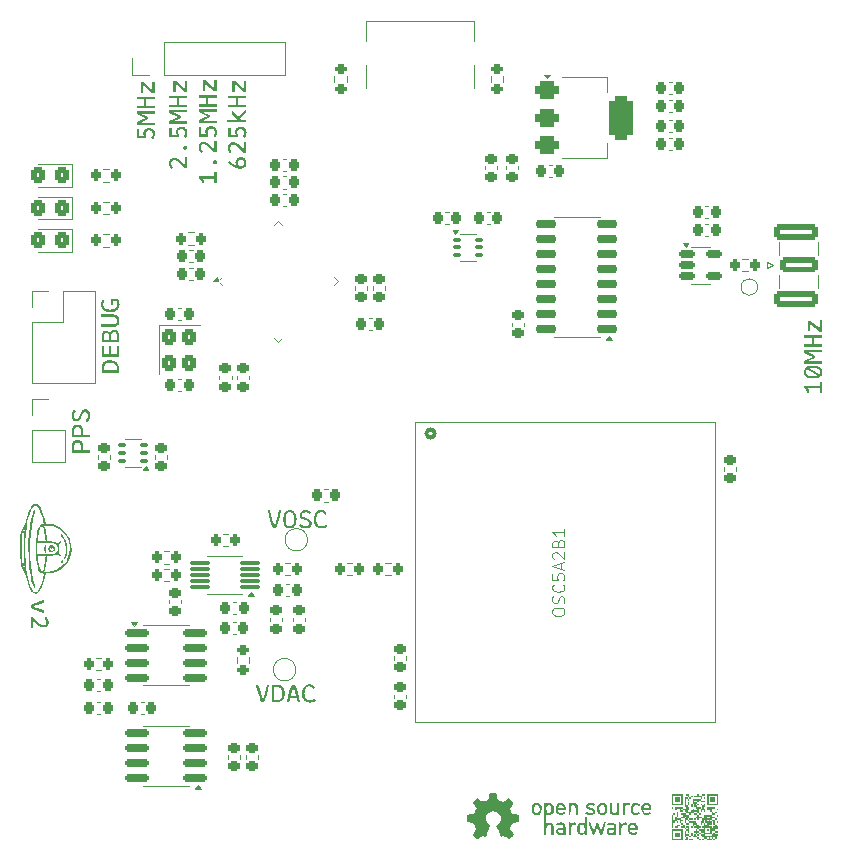
<source format=gbr>
%TF.GenerationSoftware,KiCad,Pcbnew,9.0.4*%
%TF.CreationDate,2025-10-04T20:06:30+02:00*%
%TF.ProjectId,gpsdo,67707364-6f2e-46b6-9963-61645f706362,rev?*%
%TF.SameCoordinates,Original*%
%TF.FileFunction,Legend,Top*%
%TF.FilePolarity,Positive*%
%FSLAX46Y46*%
G04 Gerber Fmt 4.6, Leading zero omitted, Abs format (unit mm)*
G04 Created by KiCad (PCBNEW 9.0.4) date 2025-10-04 20:06:30*
%MOMM*%
%LPD*%
G01*
G04 APERTURE LIST*
G04 Aperture macros list*
%AMRoundRect*
0 Rectangle with rounded corners*
0 $1 Rounding radius*
0 $2 $3 $4 $5 $6 $7 $8 $9 X,Y pos of 4 corners*
0 Add a 4 corners polygon primitive as box body*
4,1,4,$2,$3,$4,$5,$6,$7,$8,$9,$2,$3,0*
0 Add four circle primitives for the rounded corners*
1,1,$1+$1,$2,$3*
1,1,$1+$1,$4,$5*
1,1,$1+$1,$6,$7*
1,1,$1+$1,$8,$9*
0 Add four rect primitives between the rounded corners*
20,1,$1+$1,$2,$3,$4,$5,0*
20,1,$1+$1,$4,$5,$6,$7,0*
20,1,$1+$1,$6,$7,$8,$9,0*
20,1,$1+$1,$8,$9,$2,$3,0*%
%AMRotRect*
0 Rectangle, with rotation*
0 The origin of the aperture is its center*
0 $1 length*
0 $2 width*
0 $3 Rotation angle, in degrees counterclockwise*
0 Add horizontal line*
21,1,$1,$2,0,0,$3*%
G04 Aperture macros list end*
%ADD10C,0.187500*%
%ADD11C,0.300000*%
%ADD12C,0.100000*%
%ADD13C,0.120000*%
%ADD14C,0.000000*%
%ADD15RoundRect,0.218750X0.218750X0.256250X-0.218750X0.256250X-0.218750X-0.256250X0.218750X-0.256250X0*%
%ADD16RoundRect,0.200000X-0.200000X-0.275000X0.200000X-0.275000X0.200000X0.275000X-0.200000X0.275000X0*%
%ADD17RoundRect,0.200000X0.200000X0.275000X-0.200000X0.275000X-0.200000X-0.275000X0.200000X-0.275000X0*%
%ADD18RoundRect,0.200000X0.275000X-0.200000X0.275000X0.200000X-0.275000X0.200000X-0.275000X-0.200000X0*%
%ADD19RoundRect,0.225000X0.225000X0.250000X-0.225000X0.250000X-0.225000X-0.250000X0.225000X-0.250000X0*%
%ADD20RoundRect,0.225000X-0.225000X-0.250000X0.225000X-0.250000X0.225000X0.250000X-0.225000X0.250000X0*%
%ADD21RoundRect,0.225000X-0.250000X0.225000X-0.250000X-0.225000X0.250000X-0.225000X0.250000X0.225000X0*%
%ADD22RoundRect,0.225000X0.250000X-0.225000X0.250000X0.225000X-0.250000X0.225000X-0.250000X-0.225000X0*%
%ADD23RoundRect,0.250000X0.325000X0.450000X-0.325000X0.450000X-0.325000X-0.450000X0.325000X-0.450000X0*%
%ADD24RoundRect,0.150000X-0.825000X-0.150000X0.825000X-0.150000X0.825000X0.150000X-0.825000X0.150000X0*%
%ADD25C,3.600000*%
%ADD26C,5.600000*%
%ADD27R,1.700000X1.700000*%
%ADD28C,1.700000*%
%ADD29C,1.500000*%
%ADD30RoundRect,0.250000X-0.350000X0.450000X-0.350000X-0.450000X0.350000X-0.450000X0.350000X0.450000X0*%
%ADD31RoundRect,0.250000X1.350000X-0.385000X1.350000X0.385000X-1.350000X0.385000X-1.350000X-0.385000X0*%
%ADD32RoundRect,0.250000X1.600000X-0.425000X1.600000X0.425000X-1.600000X0.425000X-1.600000X-0.425000X0*%
%ADD33RoundRect,0.062500X-0.220971X-0.309359X0.309359X0.220971X0.220971X0.309359X-0.309359X-0.220971X0*%
%ADD34RoundRect,0.062500X0.220971X-0.309359X0.309359X-0.220971X-0.220971X0.309359X-0.309359X0.220971X0*%
%ADD35RotRect,5.600000X5.600000X45.000000*%
%ADD36RoundRect,0.375000X-0.625000X-0.375000X0.625000X-0.375000X0.625000X0.375000X-0.625000X0.375000X0*%
%ADD37RoundRect,0.500000X-0.500000X-1.400000X0.500000X-1.400000X0.500000X1.400000X-0.500000X1.400000X0*%
%ADD38RoundRect,0.150000X-0.512500X-0.150000X0.512500X-0.150000X0.512500X0.150000X-0.512500X0.150000X0*%
%ADD39RoundRect,0.100000X0.225000X0.100000X-0.225000X0.100000X-0.225000X-0.100000X0.225000X-0.100000X0*%
%ADD40C,0.650000*%
%ADD41R,0.600000X1.240000*%
%ADD42R,0.300000X1.240000*%
%ADD43O,1.000000X2.100000*%
%ADD44O,1.000000X1.800000*%
%ADD45RoundRect,0.087500X0.725000X0.087500X-0.725000X0.087500X-0.725000X-0.087500X0.725000X-0.087500X0*%
%ADD46RoundRect,0.100000X-0.225000X-0.100000X0.225000X-0.100000X0.225000X0.100000X-0.225000X0.100000X0*%
%ADD47RoundRect,0.150000X0.825000X0.150000X-0.825000X0.150000X-0.825000X-0.150000X0.825000X-0.150000X0*%
%ADD48RoundRect,0.150000X0.725000X0.150000X-0.725000X0.150000X-0.725000X-0.150000X0.725000X-0.150000X0*%
%ADD49C,1.000000*%
%ADD50C,2.540000*%
G04 APERTURE END LIST*
D10*
G36*
X129829775Y-106503164D02*
G01*
X130041900Y-106503164D01*
X130131690Y-106888559D01*
X130216198Y-107219773D01*
X130308055Y-107531395D01*
X130401029Y-107791209D01*
X130493934Y-107531399D01*
X130585768Y-107219773D01*
X130670276Y-106888559D01*
X130760066Y-106503164D01*
X130972191Y-106503164D01*
X130860539Y-106968079D01*
X130752739Y-107354228D01*
X130672172Y-107601133D01*
X130591185Y-107813559D01*
X130510205Y-107995000D01*
X130291761Y-107995000D01*
X130211853Y-107813676D01*
X130131258Y-107601249D01*
X130050327Y-107354228D01*
X129941763Y-106968072D01*
X129829775Y-106503164D01*
G37*
G36*
X131802370Y-106478170D02*
G01*
X131889813Y-106498580D01*
X131964030Y-106530825D01*
X132031296Y-106575926D01*
X132089028Y-106631314D01*
X132137962Y-106697887D01*
X132194210Y-106811390D01*
X132234316Y-106945915D01*
X132256872Y-107089982D01*
X132264724Y-107250547D01*
X132256872Y-107411205D01*
X132234316Y-107555362D01*
X132194214Y-107689808D01*
X132137962Y-107803299D01*
X132089037Y-107869821D01*
X132031306Y-107925212D01*
X131964030Y-107970362D01*
X131889819Y-108002555D01*
X131802375Y-108022935D01*
X131699057Y-108030170D01*
X131597111Y-108022967D01*
X131510292Y-108002617D01*
X131436099Y-107970362D01*
X131368811Y-107925259D01*
X131310731Y-107869868D01*
X131261161Y-107803299D01*
X131221282Y-107729731D01*
X131188696Y-107647431D01*
X131163708Y-107555362D01*
X131141219Y-107411208D01*
X131133391Y-107250547D01*
X131338555Y-107250547D01*
X131342576Y-107366687D01*
X131354309Y-107475220D01*
X131376771Y-107578178D01*
X131410179Y-107665180D01*
X131458266Y-107739897D01*
X131519814Y-107795331D01*
X131568362Y-107820699D01*
X131627302Y-107836817D01*
X131699057Y-107842592D01*
X131770816Y-107836838D01*
X131830125Y-107820736D01*
X131879309Y-107795331D01*
X131922484Y-107760249D01*
X131958921Y-107717194D01*
X131988943Y-107665180D01*
X132021567Y-107578240D01*
X132043715Y-107475220D01*
X132055516Y-107366684D01*
X132059560Y-107250547D01*
X132055507Y-107134609D01*
X132043715Y-107026974D01*
X132021601Y-106924837D01*
X131988943Y-106838021D01*
X131941560Y-106763231D01*
X131879309Y-106706863D01*
X131830049Y-106680837D01*
X131770743Y-106664378D01*
X131699057Y-106658503D01*
X131627377Y-106664398D01*
X131568439Y-106680874D01*
X131519814Y-106706863D01*
X131458219Y-106763103D01*
X131410179Y-106838021D01*
X131376736Y-106924898D01*
X131354309Y-107026974D01*
X131342585Y-107134607D01*
X131338555Y-107250547D01*
X131133391Y-107250547D01*
X131141219Y-107089979D01*
X131163708Y-106945915D01*
X131188699Y-106853786D01*
X131221286Y-106771456D01*
X131261161Y-106697887D01*
X131310740Y-106631267D01*
X131368821Y-106575879D01*
X131436099Y-106530825D01*
X131510298Y-106498518D01*
X131597117Y-106478138D01*
X131699057Y-106470924D01*
X131802370Y-106478170D01*
G37*
G36*
X132459813Y-107802292D02*
G01*
X132592162Y-107658769D01*
X132688764Y-107733185D01*
X132798975Y-107789652D01*
X132917066Y-107825099D01*
X133035371Y-107836730D01*
X133133282Y-107829251D01*
X133211055Y-107808716D01*
X133272684Y-107777013D01*
X133322289Y-107731590D01*
X133351031Y-107678300D01*
X133360886Y-107614347D01*
X133355698Y-107572958D01*
X133340469Y-107536347D01*
X133314632Y-107503247D01*
X133263245Y-107460736D01*
X133193915Y-107420357D01*
X133029143Y-107350015D01*
X132848525Y-107276651D01*
X132761341Y-107233147D01*
X132683661Y-107184327D01*
X132615817Y-107126428D01*
X132562944Y-107059488D01*
X132537858Y-107009309D01*
X132522257Y-106951457D01*
X132516782Y-106884275D01*
X132522235Y-106818445D01*
X132538052Y-106759416D01*
X132563952Y-106705947D01*
X132618299Y-106634755D01*
X132687600Y-106575887D01*
X132767358Y-106530029D01*
X132854112Y-106497211D01*
X132943877Y-106477313D01*
X133028044Y-106470924D01*
X133121891Y-106477205D01*
X133212414Y-106495909D01*
X133300436Y-106527161D01*
X133383201Y-106570179D01*
X133456961Y-106623425D01*
X133522544Y-106687354D01*
X133385799Y-106815123D01*
X133297234Y-106741694D01*
X133216630Y-106697887D01*
X133130020Y-106673082D01*
X133028685Y-106664364D01*
X132959765Y-106670807D01*
X132888917Y-106690651D01*
X132823470Y-106723023D01*
X132770215Y-106766214D01*
X132743176Y-106801423D01*
X132727317Y-106839783D01*
X132721946Y-106882534D01*
X132727134Y-106925517D01*
X132742338Y-106963596D01*
X132768017Y-106998031D01*
X132819587Y-107042319D01*
X132889467Y-107084035D01*
X133054972Y-107157399D01*
X133234124Y-107232962D01*
X133320411Y-107276062D01*
X133398530Y-107324187D01*
X133467167Y-107381107D01*
X133519979Y-107446919D01*
X133545125Y-107496339D01*
X133560641Y-107552478D01*
X133566050Y-107616820D01*
X133557096Y-107707441D01*
X133531310Y-107786166D01*
X133489020Y-107855444D01*
X133428846Y-107916872D01*
X133358143Y-107963658D01*
X133271146Y-107999019D01*
X133164489Y-108021903D01*
X133034089Y-108030170D01*
X132923712Y-108022837D01*
X132817887Y-108001058D01*
X132715627Y-107964774D01*
X132618032Y-107916437D01*
X132533175Y-107862231D01*
X132459813Y-107802292D01*
G37*
G36*
X134371227Y-108030170D02*
G01*
X134239841Y-108019265D01*
X134126005Y-107988087D01*
X134026570Y-107937755D01*
X133939537Y-107868238D01*
X133866434Y-107780500D01*
X133806659Y-107671958D01*
X133765535Y-107553959D01*
X133739427Y-107416691D01*
X133730181Y-107256867D01*
X133737574Y-107104513D01*
X133758438Y-106973143D01*
X133791156Y-106860001D01*
X133834637Y-106762646D01*
X133888359Y-106679019D01*
X133956674Y-106604052D01*
X134033480Y-106546661D01*
X134119893Y-106505358D01*
X134217727Y-106479822D01*
X134329370Y-106470924D01*
X134457029Y-106480935D01*
X134561717Y-106508835D01*
X134647740Y-106552623D01*
X134722181Y-106614331D01*
X134789246Y-106698085D01*
X134848874Y-106808071D01*
X134678790Y-106892335D01*
X134635010Y-106818515D01*
X134588073Y-106761029D01*
X134538014Y-106717487D01*
X134480743Y-106685538D01*
X134412996Y-106665569D01*
X134332301Y-106658503D01*
X134242900Y-106668634D01*
X134166135Y-106697861D01*
X134099131Y-106746319D01*
X134040308Y-106816589D01*
X133997263Y-106896570D01*
X133964397Y-106994248D01*
X133943050Y-107113030D01*
X133935345Y-107256867D01*
X133943709Y-107396669D01*
X133966977Y-107512617D01*
X134003063Y-107608580D01*
X134050841Y-107687803D01*
X134114330Y-107755715D01*
X134187255Y-107803343D01*
X134271484Y-107832439D01*
X134370036Y-107842592D01*
X134479790Y-107833816D01*
X134573735Y-107808886D01*
X134661593Y-107765628D01*
X134754352Y-107697237D01*
X134874062Y-107850927D01*
X134795870Y-107910479D01*
X134719560Y-107955854D01*
X134644626Y-107988497D01*
X134566062Y-108010897D01*
X134475520Y-108025138D01*
X134371227Y-108030170D01*
G37*
G36*
X121669127Y-77575519D02*
G01*
X121587886Y-77470213D01*
X121524688Y-77350479D01*
X121495173Y-77264791D01*
X121477111Y-77172526D01*
X121470924Y-77072592D01*
X121477661Y-76987155D01*
X121497146Y-76910836D01*
X121528901Y-76842057D01*
X121572319Y-76779926D01*
X121624116Y-76728294D01*
X121684972Y-76686261D01*
X121752241Y-76655494D01*
X121825266Y-76636796D01*
X121905341Y-76630390D01*
X121993235Y-76635524D01*
X122067788Y-76649941D01*
X122131021Y-76672522D01*
X122219099Y-76720468D01*
X122295519Y-76778768D01*
X122436752Y-76908186D01*
X122812092Y-77263834D01*
X122812092Y-76589357D01*
X122995000Y-76589357D01*
X122995000Y-77550697D01*
X122812092Y-77550697D01*
X122436660Y-77179479D01*
X122281688Y-77022308D01*
X122201320Y-76948928D01*
X122117191Y-76889410D01*
X122056947Y-76859444D01*
X121993675Y-76841581D01*
X121926315Y-76835554D01*
X121854693Y-76843857D01*
X121792153Y-76868000D01*
X121736538Y-76908369D01*
X121694107Y-76961474D01*
X121667866Y-77027379D01*
X121658503Y-77109870D01*
X121667974Y-77197921D01*
X121697520Y-77290212D01*
X121743342Y-77378565D01*
X121804041Y-77462129D01*
X121669127Y-77575519D01*
G37*
G36*
X123036032Y-75800942D02*
G01*
X123030247Y-75846051D01*
X123013192Y-75886229D01*
X122984100Y-75922849D01*
X122946956Y-75951362D01*
X122906103Y-75968155D01*
X122860177Y-75973866D01*
X122812893Y-75968076D01*
X122771756Y-75951212D01*
X122735247Y-75922849D01*
X122706762Y-75886300D01*
X122690013Y-75846117D01*
X122684323Y-75800942D01*
X122690089Y-75754467D01*
X122706905Y-75713996D01*
X122735247Y-75678026D01*
X122771684Y-75650265D01*
X122812825Y-75633710D01*
X122860177Y-75628018D01*
X122906169Y-75633632D01*
X122947027Y-75650117D01*
X122984100Y-75678026D01*
X123013046Y-75714068D01*
X123030170Y-75754535D01*
X123036032Y-75800942D01*
G37*
G36*
X121687812Y-74093776D02*
G01*
X121687812Y-74725296D01*
X122155201Y-74725296D01*
X122112353Y-74668358D01*
X122078448Y-74598717D01*
X122057329Y-74521933D01*
X122050054Y-74436326D01*
X122056786Y-74362722D01*
X122076694Y-74294074D01*
X122110047Y-74229147D01*
X122154684Y-74171112D01*
X122209987Y-74120993D01*
X122277200Y-74078388D01*
X122350667Y-74047635D01*
X122433521Y-74028535D01*
X122527519Y-74021877D01*
X122625631Y-74028901D01*
X122712700Y-74049114D01*
X122790477Y-74081777D01*
X122861041Y-74127309D01*
X122919520Y-74182710D01*
X122967064Y-74248748D01*
X123001543Y-74322536D01*
X123022792Y-74405295D01*
X123030170Y-74498883D01*
X123025196Y-74589207D01*
X123010809Y-74671167D01*
X122987581Y-74745812D01*
X122954662Y-74816777D01*
X122907881Y-74892518D01*
X122845157Y-74973783D01*
X122714273Y-74836121D01*
X122774260Y-74762263D01*
X122814565Y-74689576D01*
X122838623Y-74609909D01*
X122847263Y-74511706D01*
X122837817Y-74437034D01*
X122810040Y-74370811D01*
X122762816Y-74310755D01*
X122701674Y-74265540D01*
X122625034Y-74237219D01*
X122528435Y-74227041D01*
X122443636Y-74235286D01*
X122373606Y-74258520D01*
X122315302Y-74295826D01*
X122269719Y-74346534D01*
X122242459Y-74406684D01*
X122232962Y-74479282D01*
X122237657Y-74541641D01*
X122252013Y-74605403D01*
X122274213Y-74667350D01*
X122302571Y-74725296D01*
X122302571Y-74912875D01*
X121504904Y-74912875D01*
X121504904Y-74093776D01*
X121687812Y-74093776D01*
G37*
G36*
X121500233Y-73775680D02*
G01*
X121500233Y-73543313D01*
X121675042Y-73449574D01*
X121856156Y-73359948D01*
X122041217Y-73275585D01*
X122232870Y-73195359D01*
X122041222Y-73115204D01*
X121856156Y-73030861D01*
X121675048Y-72941215D01*
X121500233Y-72847404D01*
X121500233Y-72615038D01*
X122995000Y-72615038D01*
X122995000Y-72820202D01*
X121839212Y-72820202D01*
X122137158Y-72970136D01*
X122447651Y-73109446D01*
X122447651Y-73281271D01*
X122137158Y-73420765D01*
X121839212Y-73570516D01*
X122995000Y-73570516D01*
X122995000Y-73775680D01*
X121500233Y-73775680D01*
G37*
G36*
X121500233Y-72374703D02*
G01*
X121500233Y-72169539D01*
X122126258Y-72169539D01*
X122126258Y-71612665D01*
X121500233Y-71612665D01*
X121500233Y-71407501D01*
X122995000Y-71407501D01*
X122995000Y-71612665D01*
X122309166Y-71612665D01*
X122309166Y-72169539D01*
X122995000Y-72169539D01*
X122995000Y-72374703D01*
X121500233Y-72374703D01*
G37*
G36*
X122812092Y-71067515D02*
G01*
X122023127Y-70422989D01*
X122023127Y-71055792D01*
X121840219Y-71055792D01*
X121840219Y-70158932D01*
X122023127Y-70158932D01*
X122812092Y-70804374D01*
X122812092Y-70123761D01*
X122995000Y-70123761D01*
X122995000Y-71067515D01*
X122812092Y-71067515D01*
G37*
G36*
X127646910Y-76602055D02*
G01*
X127725014Y-76622030D01*
X127797163Y-76654937D01*
X127862195Y-76700089D01*
X127917333Y-76755967D01*
X127963309Y-76823647D01*
X127996462Y-76898551D01*
X128017092Y-76983846D01*
X128024309Y-77081568D01*
X128016299Y-77180259D01*
X127993284Y-77266900D01*
X127955982Y-77343610D01*
X127904695Y-77411755D01*
X127842011Y-77468435D01*
X127766663Y-77514427D01*
X127684126Y-77547023D01*
X127592497Y-77567164D01*
X127490150Y-77574145D01*
X127369819Y-77566534D01*
X127244513Y-77543138D01*
X127113177Y-77502769D01*
X126974767Y-77443811D01*
X126845652Y-77372966D01*
X126718025Y-77285735D01*
X126591497Y-77180886D01*
X126465795Y-77056930D01*
X126610875Y-76915055D01*
X126707900Y-77013080D01*
X126803297Y-77096091D01*
X126897281Y-77165374D01*
X126996878Y-77225930D01*
X127097071Y-77274376D01*
X127198249Y-77311370D01*
X127152005Y-77248906D01*
X127119171Y-77180883D01*
X127099161Y-77106160D01*
X127096976Y-77079828D01*
X127275185Y-77079828D01*
X127284277Y-77157282D01*
X127310402Y-77222803D01*
X127353679Y-77279130D01*
X127410279Y-77321901D01*
X127477805Y-77348054D01*
X127559392Y-77357257D01*
X127639570Y-77348106D01*
X127706444Y-77322003D01*
X127762999Y-77279130D01*
X127806222Y-77222810D01*
X127832318Y-77157289D01*
X127841401Y-77079828D01*
X127832058Y-77001176D01*
X127805261Y-76935063D01*
X127760893Y-76878602D01*
X127703125Y-76835394D01*
X127636813Y-76809392D01*
X127559392Y-76800383D01*
X127479194Y-76809521D01*
X127411958Y-76835639D01*
X127354778Y-76878602D01*
X127310953Y-76934996D01*
X127284439Y-77001110D01*
X127275185Y-77079828D01*
X127096976Y-77079828D01*
X127092278Y-77023224D01*
X127099150Y-76947014D01*
X127119442Y-76876118D01*
X127153369Y-76809268D01*
X127198664Y-76749157D01*
X127253746Y-76697485D01*
X127319607Y-76653746D01*
X127391768Y-76621722D01*
X127471868Y-76602032D01*
X127561499Y-76595219D01*
X127646910Y-76602055D01*
G37*
G36*
X126669127Y-76274193D02*
G01*
X126587886Y-76168887D01*
X126524688Y-76049153D01*
X126495173Y-75963465D01*
X126477111Y-75871200D01*
X126470924Y-75771266D01*
X126477661Y-75685829D01*
X126497146Y-75609510D01*
X126528901Y-75540731D01*
X126572319Y-75478600D01*
X126624116Y-75426968D01*
X126684972Y-75384935D01*
X126752241Y-75354168D01*
X126825266Y-75335470D01*
X126905341Y-75329064D01*
X126993235Y-75334198D01*
X127067788Y-75348616D01*
X127131021Y-75371196D01*
X127219099Y-75419142D01*
X127295519Y-75477442D01*
X127436752Y-75606860D01*
X127812092Y-75962508D01*
X127812092Y-75288032D01*
X127995000Y-75288032D01*
X127995000Y-76249371D01*
X127812092Y-76249371D01*
X127436660Y-75878153D01*
X127281688Y-75720983D01*
X127201320Y-75647602D01*
X127117191Y-75588084D01*
X127056947Y-75558118D01*
X126993675Y-75540255D01*
X126926315Y-75534228D01*
X126854693Y-75542531D01*
X126792153Y-75566674D01*
X126736538Y-75607043D01*
X126694107Y-75660148D01*
X126667866Y-75726053D01*
X126658503Y-75808544D01*
X126667974Y-75896595D01*
X126697520Y-75988886D01*
X126743342Y-76077239D01*
X126804041Y-76160803D01*
X126669127Y-76274193D01*
G37*
G36*
X126687812Y-74093776D02*
G01*
X126687812Y-74725296D01*
X127155201Y-74725296D01*
X127112353Y-74668358D01*
X127078448Y-74598717D01*
X127057329Y-74521933D01*
X127050054Y-74436326D01*
X127056786Y-74362722D01*
X127076694Y-74294074D01*
X127110047Y-74229147D01*
X127154684Y-74171112D01*
X127209987Y-74120993D01*
X127277200Y-74078388D01*
X127350667Y-74047635D01*
X127433521Y-74028535D01*
X127527519Y-74021877D01*
X127625631Y-74028901D01*
X127712700Y-74049114D01*
X127790477Y-74081777D01*
X127861041Y-74127309D01*
X127919520Y-74182710D01*
X127967064Y-74248748D01*
X128001543Y-74322536D01*
X128022792Y-74405295D01*
X128030170Y-74498883D01*
X128025196Y-74589207D01*
X128010809Y-74671167D01*
X127987581Y-74745812D01*
X127954662Y-74816777D01*
X127907881Y-74892518D01*
X127845157Y-74973783D01*
X127714273Y-74836121D01*
X127774260Y-74762263D01*
X127814565Y-74689576D01*
X127838623Y-74609909D01*
X127847263Y-74511706D01*
X127837817Y-74437034D01*
X127810040Y-74370811D01*
X127762816Y-74310755D01*
X127701674Y-74265540D01*
X127625034Y-74237219D01*
X127528435Y-74227041D01*
X127443636Y-74235286D01*
X127373606Y-74258520D01*
X127315302Y-74295826D01*
X127269719Y-74346534D01*
X127242459Y-74406684D01*
X127232962Y-74479282D01*
X127237657Y-74541641D01*
X127252013Y-74605403D01*
X127274213Y-74667350D01*
X127302571Y-74725296D01*
X127302571Y-74912875D01*
X126504904Y-74912875D01*
X126504904Y-74093776D01*
X126687812Y-74093776D01*
G37*
G36*
X127995000Y-72872226D02*
G01*
X127472198Y-73307100D01*
X127614988Y-73441556D01*
X127995000Y-73441556D01*
X127995000Y-73646720D01*
X126418168Y-73646720D01*
X126418168Y-73441556D01*
X127339940Y-73441556D01*
X126840219Y-72968854D01*
X126840219Y-72729344D01*
X126861194Y-72729344D01*
X127335727Y-73178964D01*
X127974025Y-72638485D01*
X127995000Y-72638485D01*
X127995000Y-72872226D01*
G37*
G36*
X126500233Y-72374703D02*
G01*
X126500233Y-72169539D01*
X127126258Y-72169539D01*
X127126258Y-71612665D01*
X126500233Y-71612665D01*
X126500233Y-71407501D01*
X127995000Y-71407501D01*
X127995000Y-71612665D01*
X127309166Y-71612665D01*
X127309166Y-72169539D01*
X127995000Y-72169539D01*
X127995000Y-72374703D01*
X126500233Y-72374703D01*
G37*
G36*
X127812092Y-71067515D02*
G01*
X127023127Y-70422989D01*
X127023127Y-71055792D01*
X126840219Y-71055792D01*
X126840219Y-70158932D01*
X127023127Y-70158932D01*
X127812092Y-70804374D01*
X127812092Y-70123761D01*
X127995000Y-70123761D01*
X127995000Y-71067515D01*
X127812092Y-71067515D01*
G37*
G36*
X128829775Y-121253164D02*
G01*
X129041900Y-121253164D01*
X129131690Y-121638559D01*
X129216198Y-121969773D01*
X129308055Y-122281395D01*
X129401029Y-122541209D01*
X129493934Y-122281399D01*
X129585768Y-121969773D01*
X129670276Y-121638559D01*
X129760066Y-121253164D01*
X129972191Y-121253164D01*
X129860539Y-121718079D01*
X129752739Y-122104228D01*
X129672172Y-122351133D01*
X129591185Y-122563559D01*
X129510205Y-122745000D01*
X129291761Y-122745000D01*
X129211853Y-122563676D01*
X129131258Y-122351249D01*
X129050327Y-122104228D01*
X128941763Y-121718072D01*
X128829775Y-121253164D01*
G37*
G36*
X130737896Y-121264214D02*
G01*
X130856502Y-121291724D01*
X130931486Y-121321217D01*
X131000884Y-121360583D01*
X131065330Y-121410243D01*
X131121388Y-121468967D01*
X131170044Y-121540078D01*
X131211235Y-121625299D01*
X131239704Y-121715728D01*
X131258112Y-121824156D01*
X131264724Y-121953744D01*
X131255208Y-122117553D01*
X131228347Y-122258110D01*
X131186047Y-122378818D01*
X131141200Y-122464102D01*
X131088432Y-122537025D01*
X131027650Y-122598886D01*
X130958352Y-122650569D01*
X130882354Y-122690896D01*
X130798121Y-122720346D01*
X130704371Y-122738643D01*
X130599590Y-122745000D01*
X130186147Y-122745000D01*
X130186147Y-122562092D01*
X130391311Y-122562092D01*
X130599315Y-122562092D01*
X130689104Y-122555526D01*
X130763477Y-122537186D01*
X130825178Y-122508420D01*
X130880715Y-122468443D01*
X130927409Y-122420930D01*
X130965954Y-122365263D01*
X131009619Y-122271997D01*
X131038494Y-122168434D01*
X131054318Y-122060767D01*
X131059560Y-121953653D01*
X131050778Y-121827674D01*
X131026383Y-121724372D01*
X130988422Y-121639725D01*
X130937652Y-121570527D01*
X130872553Y-121513122D01*
X130797948Y-121472073D01*
X130711965Y-121446697D01*
X130611954Y-121437812D01*
X130391311Y-121437812D01*
X130391311Y-122562092D01*
X130186147Y-122562092D01*
X130186147Y-121254904D01*
X130612137Y-121254904D01*
X130737896Y-121264214D01*
G37*
G36*
X132193711Y-121433333D02*
G01*
X132274702Y-121645381D01*
X132355390Y-121893019D01*
X132463222Y-122279963D01*
X132574842Y-122745000D01*
X132362718Y-122745000D01*
X132320769Y-122563008D01*
X132280835Y-122387428D01*
X131726434Y-122387428D01*
X131686501Y-122563008D01*
X131644552Y-122745000D01*
X131432427Y-122745000D01*
X131544383Y-122279969D01*
X131565557Y-122204521D01*
X131772688Y-122204521D01*
X132234673Y-122204521D01*
X132123390Y-121802436D01*
X132063998Y-121619288D01*
X132003681Y-121457321D01*
X131943363Y-121619288D01*
X131883971Y-121802436D01*
X131772688Y-122204521D01*
X131565557Y-122204521D01*
X131652978Y-121893019D01*
X131734032Y-121645265D01*
X131814630Y-121433216D01*
X131894412Y-121253164D01*
X132112857Y-121253164D01*
X132193711Y-121433333D01*
G37*
G36*
X133371227Y-122780170D02*
G01*
X133239841Y-122769265D01*
X133126005Y-122738087D01*
X133026570Y-122687755D01*
X132939537Y-122618238D01*
X132866434Y-122530500D01*
X132806659Y-122421958D01*
X132765535Y-122303959D01*
X132739427Y-122166691D01*
X132730181Y-122006867D01*
X132737574Y-121854513D01*
X132758438Y-121723143D01*
X132791156Y-121610001D01*
X132834637Y-121512646D01*
X132888359Y-121429019D01*
X132956674Y-121354052D01*
X133033480Y-121296661D01*
X133119893Y-121255358D01*
X133217727Y-121229822D01*
X133329370Y-121220924D01*
X133457029Y-121230935D01*
X133561717Y-121258835D01*
X133647740Y-121302623D01*
X133722181Y-121364331D01*
X133789246Y-121448085D01*
X133848874Y-121558071D01*
X133678790Y-121642335D01*
X133635010Y-121568515D01*
X133588073Y-121511029D01*
X133538014Y-121467487D01*
X133480743Y-121435538D01*
X133412996Y-121415569D01*
X133332301Y-121408503D01*
X133242900Y-121418634D01*
X133166135Y-121447861D01*
X133099131Y-121496319D01*
X133040308Y-121566589D01*
X132997263Y-121646570D01*
X132964397Y-121744248D01*
X132943050Y-121863030D01*
X132935345Y-122006867D01*
X132943709Y-122146669D01*
X132966977Y-122262617D01*
X133003063Y-122358580D01*
X133050841Y-122437803D01*
X133114330Y-122505715D01*
X133187255Y-122553343D01*
X133271484Y-122582439D01*
X133370036Y-122592592D01*
X133479790Y-122583816D01*
X133573735Y-122558886D01*
X133661593Y-122515628D01*
X133754352Y-122447237D01*
X133874062Y-122600927D01*
X133795870Y-122660479D01*
X133719560Y-122705854D01*
X133644626Y-122738497D01*
X133566062Y-122760897D01*
X133475520Y-122775138D01*
X133371227Y-122780170D01*
G37*
G36*
X118937812Y-74196427D02*
G01*
X118937812Y-74827948D01*
X119405201Y-74827948D01*
X119362353Y-74771010D01*
X119328448Y-74701369D01*
X119307329Y-74624584D01*
X119300054Y-74538978D01*
X119306786Y-74465374D01*
X119326694Y-74396725D01*
X119360047Y-74331799D01*
X119404684Y-74273763D01*
X119459987Y-74223644D01*
X119527200Y-74181040D01*
X119600667Y-74150287D01*
X119683521Y-74131187D01*
X119777519Y-74124528D01*
X119875631Y-74131553D01*
X119962700Y-74151765D01*
X120040477Y-74184429D01*
X120111041Y-74229960D01*
X120169520Y-74285362D01*
X120217064Y-74351400D01*
X120251543Y-74425188D01*
X120272792Y-74507947D01*
X120280170Y-74601535D01*
X120275196Y-74691859D01*
X120260809Y-74773818D01*
X120237581Y-74848464D01*
X120204662Y-74919428D01*
X120157881Y-74995169D01*
X120095157Y-75076434D01*
X119964273Y-74938773D01*
X120024260Y-74864914D01*
X120064565Y-74792227D01*
X120088623Y-74712561D01*
X120097263Y-74614357D01*
X120087817Y-74539686D01*
X120060040Y-74473462D01*
X120012816Y-74413407D01*
X119951674Y-74368192D01*
X119875034Y-74339871D01*
X119778435Y-74329692D01*
X119693636Y-74337937D01*
X119623606Y-74361172D01*
X119565302Y-74398477D01*
X119519719Y-74449186D01*
X119492459Y-74509336D01*
X119482962Y-74581934D01*
X119487657Y-74644293D01*
X119502013Y-74708055D01*
X119524213Y-74770002D01*
X119552571Y-74827948D01*
X119552571Y-75015526D01*
X118754904Y-75015526D01*
X118754904Y-74196427D01*
X118937812Y-74196427D01*
G37*
G36*
X118750233Y-73878332D02*
G01*
X118750233Y-73645965D01*
X118925042Y-73552226D01*
X119106156Y-73462600D01*
X119291217Y-73378236D01*
X119482870Y-73298011D01*
X119291222Y-73217856D01*
X119106156Y-73133513D01*
X118925048Y-73043866D01*
X118750233Y-72950056D01*
X118750233Y-72717690D01*
X120245000Y-72717690D01*
X120245000Y-72922854D01*
X119089212Y-72922854D01*
X119387158Y-73072788D01*
X119697651Y-73212098D01*
X119697651Y-73383923D01*
X119387158Y-73523416D01*
X119089212Y-73673168D01*
X120245000Y-73673168D01*
X120245000Y-73878332D01*
X118750233Y-73878332D01*
G37*
G36*
X118750233Y-72477355D02*
G01*
X118750233Y-72272191D01*
X119376258Y-72272191D01*
X119376258Y-71715317D01*
X118750233Y-71715317D01*
X118750233Y-71510153D01*
X120245000Y-71510153D01*
X120245000Y-71715317D01*
X119559166Y-71715317D01*
X119559166Y-72272191D01*
X120245000Y-72272191D01*
X120245000Y-72477355D01*
X118750233Y-72477355D01*
G37*
G36*
X120062092Y-71170167D02*
G01*
X119273127Y-70525641D01*
X119273127Y-71158443D01*
X119090219Y-71158443D01*
X119090219Y-70261584D01*
X119273127Y-70261584D01*
X120062092Y-70907026D01*
X120062092Y-70226413D01*
X120245000Y-70226413D01*
X120245000Y-71170167D01*
X120062092Y-71170167D01*
G37*
G36*
X125312092Y-77856943D02*
G01*
X125495000Y-77856943D01*
X125495000Y-78806559D01*
X125312092Y-78806559D01*
X125312092Y-78419678D01*
X124337746Y-78419678D01*
X124397950Y-78514339D01*
X124445691Y-78619025D01*
X124480903Y-78735027D01*
X124289386Y-78821214D01*
X124250769Y-78697210D01*
X124186346Y-78569888D01*
X124131086Y-78490700D01*
X124070093Y-78424888D01*
X124003164Y-78371135D01*
X124003164Y-78208653D01*
X125312092Y-78208653D01*
X125312092Y-77856943D01*
G37*
G36*
X125536032Y-77050942D02*
G01*
X125530247Y-77096051D01*
X125513192Y-77136229D01*
X125484100Y-77172849D01*
X125446956Y-77201362D01*
X125406103Y-77218155D01*
X125360177Y-77223866D01*
X125312893Y-77218076D01*
X125271756Y-77201212D01*
X125235247Y-77172849D01*
X125206762Y-77136300D01*
X125190013Y-77096117D01*
X125184323Y-77050942D01*
X125190089Y-77004467D01*
X125206905Y-76963996D01*
X125235247Y-76928026D01*
X125271684Y-76900265D01*
X125312825Y-76883710D01*
X125360177Y-76878018D01*
X125406169Y-76883632D01*
X125447027Y-76900117D01*
X125484100Y-76928026D01*
X125513046Y-76964068D01*
X125530170Y-77004535D01*
X125536032Y-77050942D01*
G37*
G36*
X124169127Y-76222867D02*
G01*
X124087886Y-76117561D01*
X124024688Y-75997827D01*
X123995173Y-75912139D01*
X123977111Y-75819875D01*
X123970924Y-75719940D01*
X123977661Y-75634503D01*
X123997146Y-75558184D01*
X124028901Y-75489405D01*
X124072319Y-75427274D01*
X124124116Y-75375642D01*
X124184972Y-75333609D01*
X124252241Y-75302842D01*
X124325266Y-75284144D01*
X124405341Y-75277739D01*
X124493235Y-75282872D01*
X124567788Y-75297290D01*
X124631021Y-75319870D01*
X124719099Y-75367816D01*
X124795519Y-75426116D01*
X124936752Y-75555534D01*
X125312092Y-75911182D01*
X125312092Y-75236706D01*
X125495000Y-75236706D01*
X125495000Y-76198046D01*
X125312092Y-76198046D01*
X124936660Y-75826827D01*
X124781688Y-75669657D01*
X124701320Y-75596276D01*
X124617191Y-75536758D01*
X124556947Y-75506792D01*
X124493675Y-75488929D01*
X124426315Y-75482903D01*
X124354693Y-75491205D01*
X124292153Y-75515348D01*
X124236538Y-75555717D01*
X124194107Y-75608823D01*
X124167866Y-75674728D01*
X124158503Y-75757218D01*
X124167974Y-75845269D01*
X124197520Y-75937561D01*
X124243342Y-76025913D01*
X124304041Y-76109477D01*
X124169127Y-76222867D01*
G37*
G36*
X124187812Y-74042450D02*
G01*
X124187812Y-74673970D01*
X124655201Y-74673970D01*
X124612353Y-74617032D01*
X124578448Y-74547391D01*
X124557329Y-74470607D01*
X124550054Y-74385000D01*
X124556786Y-74311396D01*
X124576694Y-74242748D01*
X124610047Y-74177821D01*
X124654684Y-74119786D01*
X124709987Y-74069667D01*
X124777200Y-74027062D01*
X124850667Y-73996309D01*
X124933521Y-73977209D01*
X125027519Y-73970551D01*
X125125631Y-73977575D01*
X125212700Y-73997788D01*
X125290477Y-74030451D01*
X125361041Y-74075983D01*
X125419520Y-74131384D01*
X125467064Y-74197422D01*
X125501543Y-74271211D01*
X125522792Y-74353969D01*
X125530170Y-74447557D01*
X125525196Y-74537881D01*
X125510809Y-74619841D01*
X125487581Y-74694487D01*
X125454662Y-74765451D01*
X125407881Y-74841192D01*
X125345157Y-74922457D01*
X125214273Y-74784795D01*
X125274260Y-74710937D01*
X125314565Y-74638250D01*
X125338623Y-74558583D01*
X125347263Y-74460380D01*
X125337817Y-74385708D01*
X125310040Y-74319485D01*
X125262816Y-74259429D01*
X125201674Y-74214214D01*
X125125034Y-74185893D01*
X125028435Y-74175715D01*
X124943636Y-74183960D01*
X124873606Y-74207195D01*
X124815302Y-74244500D01*
X124769719Y-74295208D01*
X124742459Y-74355358D01*
X124732962Y-74427957D01*
X124737657Y-74490315D01*
X124752013Y-74554077D01*
X124774213Y-74616024D01*
X124802571Y-74673970D01*
X124802571Y-74861549D01*
X124004904Y-74861549D01*
X124004904Y-74042450D01*
X124187812Y-74042450D01*
G37*
G36*
X124000233Y-73724354D02*
G01*
X124000233Y-73491987D01*
X124175042Y-73398249D01*
X124356156Y-73308622D01*
X124541217Y-73224259D01*
X124732870Y-73144033D01*
X124541222Y-73063878D01*
X124356156Y-72979535D01*
X124175048Y-72889889D01*
X124000233Y-72796079D01*
X124000233Y-72563712D01*
X125495000Y-72563712D01*
X125495000Y-72768876D01*
X124339212Y-72768876D01*
X124637158Y-72918811D01*
X124947651Y-73058121D01*
X124947651Y-73229945D01*
X124637158Y-73369439D01*
X124339212Y-73519190D01*
X125495000Y-73519190D01*
X125495000Y-73724354D01*
X124000233Y-73724354D01*
G37*
G36*
X124000233Y-72323377D02*
G01*
X124000233Y-72118213D01*
X124626258Y-72118213D01*
X124626258Y-71561339D01*
X124000233Y-71561339D01*
X124000233Y-71356175D01*
X125495000Y-71356175D01*
X125495000Y-71561339D01*
X124809166Y-71561339D01*
X124809166Y-72118213D01*
X125495000Y-72118213D01*
X125495000Y-72323377D01*
X124000233Y-72323377D01*
G37*
G36*
X125312092Y-71016189D02*
G01*
X124523127Y-70371663D01*
X124523127Y-71004466D01*
X124340219Y-71004466D01*
X124340219Y-70107606D01*
X124523127Y-70107606D01*
X125312092Y-70753048D01*
X125312092Y-70072435D01*
X125495000Y-70072435D01*
X125495000Y-71016189D01*
X125312092Y-71016189D01*
G37*
D11*
G36*
X176556230Y-95601081D02*
G01*
X176745000Y-95601081D01*
X176745000Y-96556559D01*
X176556230Y-96556559D01*
X176556230Y-96169678D01*
X175590586Y-96169678D01*
X175648776Y-96261558D01*
X175695809Y-96365706D01*
X175731361Y-96483744D01*
X175534349Y-96572404D01*
X175495143Y-96445826D01*
X175430942Y-96318514D01*
X175375852Y-96239656D01*
X175314715Y-96173820D01*
X175247302Y-96119761D01*
X175247302Y-95952791D01*
X176556230Y-95952791D01*
X176556230Y-95601081D01*
G37*
G36*
X176160841Y-94262307D02*
G01*
X176307194Y-94280979D01*
X176401232Y-94302427D01*
X176483774Y-94331050D01*
X176556139Y-94366342D01*
X176621740Y-94411550D01*
X176676380Y-94465829D01*
X176721003Y-94529924D01*
X176752718Y-94601219D01*
X176772940Y-94686721D01*
X176780170Y-94789401D01*
X176772962Y-94892015D01*
X176752758Y-94977891D01*
X176721003Y-95049886D01*
X176676439Y-95114803D01*
X176621791Y-95170157D01*
X176556139Y-95216673D01*
X176483673Y-95253218D01*
X176401126Y-95282870D01*
X176307194Y-95305150D01*
X176160804Y-95324640D01*
X175997616Y-95331437D01*
X175832756Y-95324605D01*
X175687031Y-95305150D01*
X175593777Y-95282901D01*
X175511548Y-95253258D01*
X175439094Y-95216673D01*
X175373441Y-95170157D01*
X175318794Y-95114803D01*
X175274230Y-95049886D01*
X175242474Y-94977891D01*
X175222270Y-94892015D01*
X175215075Y-94789584D01*
X175408503Y-94789584D01*
X175413912Y-94860713D01*
X175428864Y-94918087D01*
X175452100Y-94964340D01*
X175484802Y-95004504D01*
X175525690Y-95037644D01*
X175575931Y-95064083D01*
X175660257Y-95091356D01*
X175762960Y-95108962D01*
X175872070Y-95117428D01*
X175995510Y-95120411D01*
X176195728Y-95113084D01*
X176285579Y-95101851D01*
X176357661Y-95084782D01*
X175483699Y-94579291D01*
X175452335Y-94616910D01*
X175428195Y-94664929D01*
X175413779Y-94719822D01*
X175408503Y-94789584D01*
X175215075Y-94789584D01*
X175215062Y-94789401D01*
X175222303Y-94686727D01*
X175242555Y-94601225D01*
X175274322Y-94529924D01*
X175297320Y-94496859D01*
X175642060Y-94496859D01*
X176513640Y-95000061D01*
X176543222Y-94962475D01*
X176567038Y-94913415D01*
X176581517Y-94857783D01*
X176586730Y-94789584D01*
X176581129Y-94717205D01*
X176565783Y-94660036D01*
X176542125Y-94615012D01*
X176508856Y-94576262D01*
X176467632Y-94544509D01*
X176417287Y-94519482D01*
X176333018Y-94494009D01*
X176229250Y-94477717D01*
X176119104Y-94469989D01*
X175995510Y-94467275D01*
X175800512Y-94473595D01*
X175711636Y-94482993D01*
X175642060Y-94496859D01*
X175297320Y-94496859D01*
X175318896Y-94465838D01*
X175373533Y-94411559D01*
X175439186Y-94366342D01*
X175551265Y-94315844D01*
X175687031Y-94280979D01*
X175832718Y-94262341D01*
X175997616Y-94255792D01*
X176160841Y-94262307D01*
G37*
G36*
X175244371Y-94077006D02*
G01*
X175244371Y-93839968D01*
X175420558Y-93745514D01*
X175601943Y-93655778D01*
X175786221Y-93571652D01*
X175972062Y-93493754D01*
X175786221Y-93415947D01*
X175601943Y-93331912D01*
X175420559Y-93242085D01*
X175244371Y-93147540D01*
X175244371Y-92910502D01*
X176745000Y-92910502D01*
X176745000Y-93121528D01*
X175598005Y-93121528D01*
X175885417Y-93265875D01*
X176197651Y-93405918D01*
X176197651Y-93581590D01*
X175885417Y-93721816D01*
X175598005Y-93865980D01*
X176745000Y-93865980D01*
X176745000Y-94077006D01*
X175244371Y-94077006D01*
G37*
G36*
X175244371Y-92676029D02*
G01*
X175244371Y-92465003D01*
X175870396Y-92465003D01*
X175870396Y-91913991D01*
X175244371Y-91913991D01*
X175244371Y-91702965D01*
X176745000Y-91702965D01*
X176745000Y-91913991D01*
X176059166Y-91913991D01*
X176059166Y-92465003D01*
X176745000Y-92465003D01*
X176745000Y-92676029D01*
X175244371Y-92676029D01*
G37*
G36*
X176558154Y-91368841D02*
G01*
X175773127Y-90727520D01*
X175773127Y-91357117D01*
X175584357Y-91357117D01*
X175584357Y-90454396D01*
X175771203Y-90454396D01*
X176556230Y-91096541D01*
X176556230Y-90419225D01*
X176745000Y-90419225D01*
X176745000Y-91368841D01*
X176558154Y-91368841D01*
G37*
G36*
X110918572Y-114118885D02*
G01*
X110918572Y-114341176D01*
X110507054Y-114448796D01*
X110336639Y-114500624D01*
X110194728Y-114549546D01*
X110061877Y-114602009D01*
X109947707Y-114653960D01*
X110061880Y-114705890D01*
X110194728Y-114758282D01*
X110336639Y-114807204D01*
X110507054Y-114859032D01*
X110918572Y-114966652D01*
X110918572Y-115188943D01*
X110521159Y-115084071D01*
X110355568Y-115033329D01*
X110216802Y-114985336D01*
X110086360Y-114934390D01*
X109972437Y-114884403D01*
X109755000Y-114771105D01*
X109755000Y-114536723D01*
X109972437Y-114424433D01*
X110086406Y-114373681D01*
X110216802Y-114322492D01*
X110355567Y-114274545D01*
X110521159Y-114223756D01*
X110918572Y-114118885D01*
G37*
G36*
X111084077Y-115474707D02*
G01*
X111167189Y-115582188D01*
X111230898Y-115702586D01*
X111260565Y-115788649D01*
X111278719Y-115881309D01*
X111284937Y-115981664D01*
X111278148Y-116067636D01*
X111258510Y-116144440D01*
X111226502Y-116213664D01*
X111182803Y-116276251D01*
X111130671Y-116328246D01*
X111069423Y-116370560D01*
X111001657Y-116401533D01*
X110928144Y-116420351D01*
X110847589Y-116426796D01*
X110759271Y-116421642D01*
X110684321Y-116407163D01*
X110620718Y-116384481D01*
X110532223Y-116336266D01*
X110455580Y-116277778D01*
X110314163Y-116148176D01*
X109943769Y-115797199D01*
X109943769Y-116467829D01*
X109755000Y-116467829D01*
X109755000Y-115500628D01*
X109942028Y-115500628D01*
X110318376Y-115872670D01*
X110473165Y-116029841D01*
X110553383Y-116103042D01*
X110637113Y-116162281D01*
X110696974Y-116192049D01*
X110759793Y-116209788D01*
X110826615Y-116215771D01*
X110897475Y-116207559D01*
X110959319Y-116183687D01*
X111014285Y-116143780D01*
X111056262Y-116091268D01*
X111082228Y-116026056D01*
X111091496Y-115944386D01*
X111082075Y-115856949D01*
X111052662Y-115765143D01*
X111006781Y-115676960D01*
X110944767Y-115591761D01*
X111084077Y-115474707D01*
G37*
D10*
G36*
X116617553Y-93796117D02*
G01*
X116758110Y-93822978D01*
X116878818Y-93865278D01*
X116964102Y-93910125D01*
X117037025Y-93962893D01*
X117098886Y-94023675D01*
X117150569Y-94092973D01*
X117190896Y-94168971D01*
X117220346Y-94253204D01*
X117238643Y-94346954D01*
X117245000Y-94451735D01*
X117245000Y-94865177D01*
X115754904Y-94865177D01*
X115754904Y-94439371D01*
X115937812Y-94439371D01*
X115937812Y-94660013D01*
X117062092Y-94660013D01*
X117062092Y-94452010D01*
X117055526Y-94362221D01*
X117037186Y-94287848D01*
X117008420Y-94226147D01*
X116968443Y-94170610D01*
X116920930Y-94123916D01*
X116865263Y-94085371D01*
X116771997Y-94041705D01*
X116668434Y-94012831D01*
X116560767Y-93997007D01*
X116453653Y-93991765D01*
X116327674Y-94000547D01*
X116224372Y-94024941D01*
X116139725Y-94062902D01*
X116070527Y-94113673D01*
X116013122Y-94178772D01*
X115972073Y-94253377D01*
X115946697Y-94339360D01*
X115937812Y-94439371D01*
X115754904Y-94439371D01*
X115754904Y-94439187D01*
X115764214Y-94313429D01*
X115791724Y-94194822D01*
X115821217Y-94119839D01*
X115860583Y-94050441D01*
X115910243Y-93985995D01*
X115968967Y-93929937D01*
X116040078Y-93881281D01*
X116125299Y-93840090D01*
X116215728Y-93811621D01*
X116324156Y-93793213D01*
X116453744Y-93786601D01*
X116617553Y-93796117D01*
G37*
G36*
X117062092Y-92552686D02*
G01*
X117245000Y-92552686D01*
X117245000Y-93505233D01*
X115754904Y-93505233D01*
X115754904Y-92567341D01*
X115937812Y-92567341D01*
X115937812Y-93297963D01*
X116376258Y-93297963D01*
X116376258Y-92620097D01*
X116559166Y-92620097D01*
X116559166Y-93300069D01*
X117062092Y-93300069D01*
X117062092Y-92552686D01*
G37*
G36*
X116909517Y-91219077D02*
G01*
X116977723Y-91235246D01*
X117033699Y-91260428D01*
X117083912Y-91295748D01*
X117126108Y-91338483D01*
X117160919Y-91389296D01*
X117199965Y-91474980D01*
X117226132Y-91572753D01*
X117240200Y-91675830D01*
X117245000Y-91785428D01*
X117245000Y-92250802D01*
X115754904Y-92250802D01*
X115754904Y-91783871D01*
X115937812Y-91783871D01*
X115937812Y-92045638D01*
X116377449Y-92045638D01*
X116377449Y-91785519D01*
X116560356Y-91785519D01*
X116560356Y-92045638D01*
X117062092Y-92045638D01*
X117062092Y-91785519D01*
X117058287Y-91690701D01*
X117047346Y-91605085D01*
X117032617Y-91551488D01*
X117009665Y-91506893D01*
X116978561Y-91469805D01*
X116939300Y-91442808D01*
X116885411Y-91425057D01*
X116812232Y-91418422D01*
X116743528Y-91424925D01*
X116691584Y-91442554D01*
X116652497Y-91469805D01*
X116607865Y-91528103D01*
X116579407Y-91605085D01*
X116565257Y-91690845D01*
X116560356Y-91785519D01*
X116377449Y-91785519D01*
X116377449Y-91783871D01*
X116370679Y-91689019D01*
X116352696Y-91618736D01*
X116325975Y-91567441D01*
X116286190Y-91528440D01*
X116230846Y-91503753D01*
X116154516Y-91494626D01*
X116081025Y-91503670D01*
X116027303Y-91528269D01*
X115988278Y-91567441D01*
X115962110Y-91618655D01*
X115944462Y-91688934D01*
X115937812Y-91783871D01*
X115754904Y-91783871D01*
X115754904Y-91783779D01*
X115761416Y-91667465D01*
X115779567Y-91570300D01*
X115807730Y-91489321D01*
X115844938Y-91421994D01*
X115895122Y-91365088D01*
X115957107Y-91324270D01*
X116033329Y-91298637D01*
X116127588Y-91289462D01*
X116204798Y-91297339D01*
X116272185Y-91320097D01*
X116331837Y-91357606D01*
X116383453Y-91406886D01*
X116426977Y-91465541D01*
X116462629Y-91534743D01*
X116491563Y-91448964D01*
X116530956Y-91372993D01*
X116583052Y-91307571D01*
X116648742Y-91256856D01*
X116698846Y-91233297D01*
X116757481Y-91218492D01*
X116826428Y-91213258D01*
X116909517Y-91219077D01*
G37*
G36*
X115750233Y-90117096D02*
G01*
X115750233Y-89906071D01*
X116660557Y-89906071D01*
X116776377Y-89912050D01*
X116873181Y-89928693D01*
X116953831Y-89954431D01*
X117029930Y-89991405D01*
X117092383Y-90033893D01*
X117142967Y-90081742D01*
X117203796Y-90165194D01*
X117243900Y-90255216D01*
X117266837Y-90350129D01*
X117274309Y-90442428D01*
X117266840Y-90534659D01*
X117243900Y-90629640D01*
X117203791Y-90719740D01*
X117142967Y-90803205D01*
X117092400Y-90850952D01*
X117029947Y-90893410D01*
X116953831Y-90930425D01*
X116873181Y-90956163D01*
X116776377Y-90972806D01*
X116660557Y-90978785D01*
X115750233Y-90978785D01*
X115750233Y-90767759D01*
X116661106Y-90767759D01*
X116757255Y-90762061D01*
X116834305Y-90746463D01*
X116895671Y-90722697D01*
X116951452Y-90688241D01*
X116994704Y-90648424D01*
X117027104Y-90602987D01*
X117058622Y-90525617D01*
X117069145Y-90442428D01*
X117058622Y-90359239D01*
X117027104Y-90281869D01*
X116994701Y-90236438D01*
X116951449Y-90196653D01*
X116895671Y-90162251D01*
X116834299Y-90138435D01*
X116757249Y-90122805D01*
X116661106Y-90117096D01*
X115750233Y-90117096D01*
G37*
G36*
X116534528Y-89125623D02*
G01*
X116534528Y-88587159D01*
X117113475Y-88587159D01*
X117169050Y-88662676D01*
X117211315Y-88736152D01*
X117241611Y-88808077D01*
X117269936Y-88925067D01*
X117280170Y-89068928D01*
X117269261Y-89200874D01*
X117238077Y-89315164D01*
X117187755Y-89414959D01*
X117118207Y-89502416D01*
X117030461Y-89575848D01*
X116921958Y-89635877D01*
X116803944Y-89677154D01*
X116666676Y-89703353D01*
X116506867Y-89712630D01*
X116354787Y-89705039D01*
X116223556Y-89683601D01*
X116110410Y-89649938D01*
X116012911Y-89605115D01*
X115929019Y-89549598D01*
X115855559Y-89479852D01*
X115798367Y-89398865D01*
X115756495Y-89305044D01*
X115730199Y-89196010D01*
X115720924Y-89068745D01*
X115729993Y-88935988D01*
X115755729Y-88821541D01*
X115796757Y-88717214D01*
X115845305Y-88635336D01*
X115994965Y-88729492D01*
X115951582Y-88809322D01*
X115925630Y-88898111D01*
X115912511Y-88988853D01*
X115908503Y-89064715D01*
X115915717Y-89157447D01*
X115936018Y-89235215D01*
X115968176Y-89300682D01*
X116012071Y-89355878D01*
X116068695Y-89402045D01*
X116149801Y-89445489D01*
X116247701Y-89478484D01*
X116365515Y-89499805D01*
X116506867Y-89507466D01*
X116645353Y-89499042D01*
X116760782Y-89475548D01*
X116856863Y-89438990D01*
X116936704Y-89390413D01*
X117005149Y-89326123D01*
X117053115Y-89252507D01*
X117082388Y-89167711D01*
X117092592Y-89068745D01*
X117084753Y-88966414D01*
X117062083Y-88874880D01*
X117025181Y-88792323D01*
X116717435Y-88792323D01*
X116717435Y-89125623D01*
X116534528Y-89125623D01*
G37*
D11*
G36*
X113828023Y-100556713D02*
G01*
X113919104Y-100580529D01*
X113997486Y-100618622D01*
X114065211Y-100671057D01*
X114118741Y-100736024D01*
X114158769Y-100817417D01*
X114184616Y-100918875D01*
X114193988Y-101045115D01*
X114193988Y-101410013D01*
X114745000Y-101410013D01*
X114745000Y-101621039D01*
X113249043Y-101621039D01*
X113249043Y-101044748D01*
X113249110Y-101043832D01*
X113437812Y-101043832D01*
X113437812Y-101410013D01*
X114005218Y-101410013D01*
X114005218Y-101043832D01*
X113995008Y-100948421D01*
X113967304Y-100877350D01*
X113923977Y-100824655D01*
X113866266Y-100785686D01*
X113799610Y-100761947D01*
X113721561Y-100753672D01*
X113637871Y-100762225D01*
X113570142Y-100786181D01*
X113514931Y-100824563D01*
X113473998Y-100876914D01*
X113447591Y-100947984D01*
X113437812Y-101043832D01*
X113249110Y-101043832D01*
X113258556Y-100914989D01*
X113284612Y-100812250D01*
X113324648Y-100731235D01*
X113377820Y-100667851D01*
X113445343Y-100616911D01*
X113523668Y-100579788D01*
X113614850Y-100556527D01*
X113721561Y-100548325D01*
X113828023Y-100556713D01*
G37*
G36*
X113828023Y-99255387D02*
G01*
X113919104Y-99279203D01*
X113997486Y-99317296D01*
X114065211Y-99369731D01*
X114118741Y-99434698D01*
X114158769Y-99516091D01*
X114184616Y-99617549D01*
X114193988Y-99743789D01*
X114193988Y-100108688D01*
X114745000Y-100108688D01*
X114745000Y-100319713D01*
X113249043Y-100319713D01*
X113249043Y-99743422D01*
X113249110Y-99742506D01*
X113437812Y-99742506D01*
X113437812Y-100108688D01*
X114005218Y-100108688D01*
X114005218Y-99742506D01*
X113995008Y-99647095D01*
X113967304Y-99576024D01*
X113923977Y-99523329D01*
X113866266Y-99484360D01*
X113799610Y-99460621D01*
X113721561Y-99452346D01*
X113637871Y-99460899D01*
X113570142Y-99484855D01*
X113514931Y-99523237D01*
X113473998Y-99575588D01*
X113447591Y-99646658D01*
X113437812Y-99742506D01*
X113249110Y-99742506D01*
X113258556Y-99613663D01*
X113284612Y-99510924D01*
X113324648Y-99429909D01*
X113377820Y-99366525D01*
X113445343Y-99315585D01*
X113523668Y-99278462D01*
X113614850Y-99255201D01*
X113721561Y-99246999D01*
X113828023Y-99255387D01*
G37*
G36*
X114549544Y-99041377D02*
G01*
X114401716Y-98905089D01*
X114477486Y-98807003D01*
X114533974Y-98696994D01*
X114569282Y-98579456D01*
X114580868Y-98461697D01*
X114573456Y-98364366D01*
X114553130Y-98287245D01*
X114521792Y-98226308D01*
X114476929Y-98177244D01*
X114424384Y-98148844D01*
X114361416Y-98139113D01*
X114320793Y-98144221D01*
X114284782Y-98159231D01*
X114252148Y-98184726D01*
X114210111Y-98235575D01*
X114169899Y-98304618D01*
X114099832Y-98469116D01*
X114026376Y-98649825D01*
X113982750Y-98737210D01*
X113933686Y-98815239D01*
X113875518Y-98883421D01*
X113808023Y-98936688D01*
X113757403Y-98961975D01*
X113699066Y-98977700D01*
X113631344Y-98983217D01*
X113564975Y-98977722D01*
X113505460Y-98961782D01*
X113451550Y-98935681D01*
X113379849Y-98880939D01*
X113320575Y-98811209D01*
X113274463Y-98730987D01*
X113241441Y-98643780D01*
X113221476Y-98553637D01*
X113215062Y-98469024D01*
X113221375Y-98374756D01*
X113240170Y-98283837D01*
X113271574Y-98195442D01*
X113314823Y-98112375D01*
X113368976Y-98037614D01*
X113434606Y-97970403D01*
X113566222Y-98111270D01*
X113491441Y-98201252D01*
X113447612Y-98281537D01*
X113423014Y-98367589D01*
X113414364Y-98468383D01*
X113420740Y-98536760D01*
X113440376Y-98607052D01*
X113472472Y-98671961D01*
X113515115Y-98724563D01*
X113549859Y-98751261D01*
X113587617Y-98766900D01*
X113629603Y-98772191D01*
X113671820Y-98767083D01*
X113709298Y-98752097D01*
X113743268Y-98726762D01*
X113787063Y-98675724D01*
X113828539Y-98606136D01*
X113901812Y-98440906D01*
X113977375Y-98261662D01*
X114020597Y-98175174D01*
X114068966Y-98096707D01*
X114126145Y-98027787D01*
X114192522Y-97974524D01*
X114242383Y-97949178D01*
X114299008Y-97933538D01*
X114363889Y-97928087D01*
X114455183Y-97937102D01*
X114534487Y-97963063D01*
X114604270Y-98005636D01*
X114666140Y-98066207D01*
X114713248Y-98137387D01*
X114748836Y-98224883D01*
X114771857Y-98332053D01*
X114780170Y-98462979D01*
X114772815Y-98573779D01*
X114750973Y-98679969D01*
X114714591Y-98782540D01*
X114666006Y-98880427D01*
X114610960Y-98966334D01*
X114549544Y-99041377D01*
G37*
D12*
X153932419Y-115178571D02*
X153932419Y-114988095D01*
X153932419Y-114988095D02*
X153980038Y-114892857D01*
X153980038Y-114892857D02*
X154075276Y-114797619D01*
X154075276Y-114797619D02*
X154265752Y-114750000D01*
X154265752Y-114750000D02*
X154599085Y-114750000D01*
X154599085Y-114750000D02*
X154789561Y-114797619D01*
X154789561Y-114797619D02*
X154884800Y-114892857D01*
X154884800Y-114892857D02*
X154932419Y-114988095D01*
X154932419Y-114988095D02*
X154932419Y-115178571D01*
X154932419Y-115178571D02*
X154884800Y-115273809D01*
X154884800Y-115273809D02*
X154789561Y-115369047D01*
X154789561Y-115369047D02*
X154599085Y-115416666D01*
X154599085Y-115416666D02*
X154265752Y-115416666D01*
X154265752Y-115416666D02*
X154075276Y-115369047D01*
X154075276Y-115369047D02*
X153980038Y-115273809D01*
X153980038Y-115273809D02*
X153932419Y-115178571D01*
X154884800Y-114369047D02*
X154932419Y-114226190D01*
X154932419Y-114226190D02*
X154932419Y-113988095D01*
X154932419Y-113988095D02*
X154884800Y-113892857D01*
X154884800Y-113892857D02*
X154837180Y-113845238D01*
X154837180Y-113845238D02*
X154741942Y-113797619D01*
X154741942Y-113797619D02*
X154646704Y-113797619D01*
X154646704Y-113797619D02*
X154551466Y-113845238D01*
X154551466Y-113845238D02*
X154503847Y-113892857D01*
X154503847Y-113892857D02*
X154456228Y-113988095D01*
X154456228Y-113988095D02*
X154408609Y-114178571D01*
X154408609Y-114178571D02*
X154360990Y-114273809D01*
X154360990Y-114273809D02*
X154313371Y-114321428D01*
X154313371Y-114321428D02*
X154218133Y-114369047D01*
X154218133Y-114369047D02*
X154122895Y-114369047D01*
X154122895Y-114369047D02*
X154027657Y-114321428D01*
X154027657Y-114321428D02*
X153980038Y-114273809D01*
X153980038Y-114273809D02*
X153932419Y-114178571D01*
X153932419Y-114178571D02*
X153932419Y-113940476D01*
X153932419Y-113940476D02*
X153980038Y-113797619D01*
X154837180Y-112797619D02*
X154884800Y-112845238D01*
X154884800Y-112845238D02*
X154932419Y-112988095D01*
X154932419Y-112988095D02*
X154932419Y-113083333D01*
X154932419Y-113083333D02*
X154884800Y-113226190D01*
X154884800Y-113226190D02*
X154789561Y-113321428D01*
X154789561Y-113321428D02*
X154694323Y-113369047D01*
X154694323Y-113369047D02*
X154503847Y-113416666D01*
X154503847Y-113416666D02*
X154360990Y-113416666D01*
X154360990Y-113416666D02*
X154170514Y-113369047D01*
X154170514Y-113369047D02*
X154075276Y-113321428D01*
X154075276Y-113321428D02*
X153980038Y-113226190D01*
X153980038Y-113226190D02*
X153932419Y-113083333D01*
X153932419Y-113083333D02*
X153932419Y-112988095D01*
X153932419Y-112988095D02*
X153980038Y-112845238D01*
X153980038Y-112845238D02*
X154027657Y-112797619D01*
X153932419Y-111892857D02*
X153932419Y-112369047D01*
X153932419Y-112369047D02*
X154408609Y-112416666D01*
X154408609Y-112416666D02*
X154360990Y-112369047D01*
X154360990Y-112369047D02*
X154313371Y-112273809D01*
X154313371Y-112273809D02*
X154313371Y-112035714D01*
X154313371Y-112035714D02*
X154360990Y-111940476D01*
X154360990Y-111940476D02*
X154408609Y-111892857D01*
X154408609Y-111892857D02*
X154503847Y-111845238D01*
X154503847Y-111845238D02*
X154741942Y-111845238D01*
X154741942Y-111845238D02*
X154837180Y-111892857D01*
X154837180Y-111892857D02*
X154884800Y-111940476D01*
X154884800Y-111940476D02*
X154932419Y-112035714D01*
X154932419Y-112035714D02*
X154932419Y-112273809D01*
X154932419Y-112273809D02*
X154884800Y-112369047D01*
X154884800Y-112369047D02*
X154837180Y-112416666D01*
X154646704Y-111464285D02*
X154646704Y-110988095D01*
X154932419Y-111559523D02*
X153932419Y-111226190D01*
X153932419Y-111226190D02*
X154932419Y-110892857D01*
X154027657Y-110607142D02*
X153980038Y-110559523D01*
X153980038Y-110559523D02*
X153932419Y-110464285D01*
X153932419Y-110464285D02*
X153932419Y-110226190D01*
X153932419Y-110226190D02*
X153980038Y-110130952D01*
X153980038Y-110130952D02*
X154027657Y-110083333D01*
X154027657Y-110083333D02*
X154122895Y-110035714D01*
X154122895Y-110035714D02*
X154218133Y-110035714D01*
X154218133Y-110035714D02*
X154360990Y-110083333D01*
X154360990Y-110083333D02*
X154932419Y-110654761D01*
X154932419Y-110654761D02*
X154932419Y-110035714D01*
X154408609Y-109273809D02*
X154456228Y-109130952D01*
X154456228Y-109130952D02*
X154503847Y-109083333D01*
X154503847Y-109083333D02*
X154599085Y-109035714D01*
X154599085Y-109035714D02*
X154741942Y-109035714D01*
X154741942Y-109035714D02*
X154837180Y-109083333D01*
X154837180Y-109083333D02*
X154884800Y-109130952D01*
X154884800Y-109130952D02*
X154932419Y-109226190D01*
X154932419Y-109226190D02*
X154932419Y-109607142D01*
X154932419Y-109607142D02*
X153932419Y-109607142D01*
X153932419Y-109607142D02*
X153932419Y-109273809D01*
X153932419Y-109273809D02*
X153980038Y-109178571D01*
X153980038Y-109178571D02*
X154027657Y-109130952D01*
X154027657Y-109130952D02*
X154122895Y-109083333D01*
X154122895Y-109083333D02*
X154218133Y-109083333D01*
X154218133Y-109083333D02*
X154313371Y-109130952D01*
X154313371Y-109130952D02*
X154360990Y-109178571D01*
X154360990Y-109178571D02*
X154408609Y-109273809D01*
X154408609Y-109273809D02*
X154408609Y-109607142D01*
X154932419Y-108083333D02*
X154932419Y-108654761D01*
X154932419Y-108369047D02*
X153932419Y-108369047D01*
X153932419Y-108369047D02*
X154075276Y-108464285D01*
X154075276Y-108464285D02*
X154170514Y-108559523D01*
X154170514Y-108559523D02*
X154218133Y-108654761D01*
D13*
%TO.C,L1*%
X131662779Y-113760000D02*
X131337221Y-113760000D01*
X131662779Y-112740000D02*
X131337221Y-112740000D01*
%TO.C,TH1*%
X139762742Y-110977500D02*
X140237258Y-110977500D01*
X139762742Y-112022500D02*
X140237258Y-112022500D01*
%TO.C,R18*%
X170487258Y-85227500D02*
X170012742Y-85227500D01*
X170487258Y-86272500D02*
X170012742Y-86272500D01*
%TO.C,R17*%
X136987258Y-110977500D02*
X136512742Y-110977500D01*
X136987258Y-112022500D02*
X136512742Y-112022500D01*
%TO.C,R16*%
X135477500Y-70237258D02*
X135477500Y-69762742D01*
X136522500Y-70237258D02*
X136522500Y-69762742D01*
%TO.C,R15*%
X148727500Y-70237258D02*
X148727500Y-69762742D01*
X149772500Y-70237258D02*
X149772500Y-69762742D01*
%TO.C,R14*%
X116387258Y-78672500D02*
X115912742Y-78672500D01*
X116387258Y-77627500D02*
X115912742Y-77627500D01*
%TO.C,R13*%
X116387258Y-81422500D02*
X115912742Y-81422500D01*
X116387258Y-80377500D02*
X115912742Y-80377500D01*
%TO.C,R12*%
X116387258Y-84172500D02*
X115912742Y-84172500D01*
X116387258Y-83127500D02*
X115912742Y-83127500D01*
%TO.C,R9*%
X123554758Y-84022500D02*
X123080242Y-84022500D01*
X123554758Y-82977500D02*
X123080242Y-82977500D01*
%TO.C,R8*%
X127227500Y-119412258D02*
X127227500Y-118937742D01*
X128272500Y-119412258D02*
X128272500Y-118937742D01*
%TO.C,R7*%
X126487258Y-109522500D02*
X126012742Y-109522500D01*
X126487258Y-108477500D02*
X126012742Y-108477500D01*
%TO.C,R6*%
X121487258Y-111022500D02*
X121012742Y-111022500D01*
X121487258Y-109977500D02*
X121012742Y-109977500D01*
%TO.C,R5*%
X121487258Y-112522500D02*
X121012742Y-112522500D01*
X121487258Y-111477500D02*
X121012742Y-111477500D01*
%TO.C,R4*%
X115262742Y-118977500D02*
X115737258Y-118977500D01*
X115262742Y-120022500D02*
X115737258Y-120022500D01*
%TO.C,R1*%
X131262742Y-110977500D02*
X131737258Y-110977500D01*
X131262742Y-112022500D02*
X131737258Y-112022500D01*
%TO.C,C36*%
X167140580Y-81760000D02*
X166859420Y-81760000D01*
X167140580Y-80740000D02*
X166859420Y-80740000D01*
%TO.C,C30*%
X163766920Y-71740000D02*
X164048080Y-71740000D01*
X163766920Y-72760000D02*
X164048080Y-72760000D01*
%TO.C,C29*%
X163766920Y-70240000D02*
X164048080Y-70240000D01*
X163766920Y-71260000D02*
X164048080Y-71260000D01*
%TO.C,C28*%
X153609420Y-77240000D02*
X153890580Y-77240000D01*
X153609420Y-78260000D02*
X153890580Y-78260000D01*
%TO.C,C26*%
X128260000Y-95109420D02*
X128260000Y-95390580D01*
X127240000Y-95109420D02*
X127240000Y-95390580D01*
%TO.C,C25*%
X131109420Y-76740000D02*
X131390580Y-76740000D01*
X131109420Y-77760000D02*
X131390580Y-77760000D01*
%TO.C,C18*%
X138359420Y-90240000D02*
X138640580Y-90240000D01*
X138359420Y-91260000D02*
X138640580Y-91260000D01*
%TO.C,C17*%
X122490580Y-96410000D02*
X122209420Y-96410000D01*
X122490580Y-95390000D02*
X122209420Y-95390000D01*
%TO.C,C13*%
X115640580Y-121802500D02*
X115359420Y-121802500D01*
X115640580Y-120782500D02*
X115359420Y-120782500D01*
%TO.C,C12*%
X119066920Y-122740000D02*
X119348080Y-122740000D01*
X119066920Y-123760000D02*
X119348080Y-123760000D01*
%TO.C,C10*%
X126859420Y-115990000D02*
X127140580Y-115990000D01*
X126859420Y-117010000D02*
X127140580Y-117010000D01*
%TO.C,C6*%
X127990000Y-127525580D02*
X127990000Y-127244420D01*
X129010000Y-127525580D02*
X129010000Y-127244420D01*
%TO.C,C3*%
X140497500Y-119140580D02*
X140497500Y-118859420D01*
X141517500Y-119140580D02*
X141517500Y-118859420D01*
%TO.C,C40*%
X120290000Y-102140580D02*
X120290000Y-101859420D01*
X121310000Y-102140580D02*
X121310000Y-101859420D01*
%TO.C,C39*%
X145140580Y-82260000D02*
X144859420Y-82260000D01*
X145140580Y-81240000D02*
X144859420Y-81240000D01*
%TO.C,C38*%
X148359420Y-81240000D02*
X148640580Y-81240000D01*
X148359420Y-82260000D02*
X148640580Y-82260000D01*
%TO.C,C37*%
X167140580Y-83260000D02*
X166859420Y-83260000D01*
X167140580Y-82240000D02*
X166859420Y-82240000D01*
%TO.C,C35*%
X151010000Y-77359420D02*
X151010000Y-77640580D01*
X149990000Y-77359420D02*
X149990000Y-77640580D01*
%TO.C,C34*%
X149260000Y-77359420D02*
X149260000Y-77640580D01*
X148240000Y-77359420D02*
X148240000Y-77640580D01*
%TO.C,C33*%
X163766920Y-74990000D02*
X164048080Y-74990000D01*
X163766920Y-76010000D02*
X164048080Y-76010000D01*
%TO.C,C32*%
X134890580Y-105760000D02*
X134609420Y-105760000D01*
X134890580Y-104740000D02*
X134609420Y-104740000D01*
%TO.C,C31*%
X163766920Y-73490000D02*
X164048080Y-73490000D01*
X163766920Y-74510000D02*
X164048080Y-74510000D01*
%TO.C,C27*%
X126760000Y-95109420D02*
X126760000Y-95390580D01*
X125740000Y-95109420D02*
X125740000Y-95390580D01*
%TO.C,C24*%
X139760000Y-87541920D02*
X139760000Y-87823080D01*
X138740000Y-87541920D02*
X138740000Y-87823080D01*
%TO.C,C23*%
X131109420Y-78240000D02*
X131390580Y-78240000D01*
X131109420Y-79260000D02*
X131390580Y-79260000D01*
%TO.C,C22*%
X123458080Y-87010000D02*
X123176920Y-87010000D01*
X123458080Y-85990000D02*
X123176920Y-85990000D01*
%TO.C,C21*%
X138260000Y-87541920D02*
X138260000Y-87823080D01*
X137240000Y-87541920D02*
X137240000Y-87823080D01*
%TO.C,C20*%
X131109420Y-79740000D02*
X131390580Y-79740000D01*
X131109420Y-80760000D02*
X131390580Y-80760000D01*
%TO.C,C19*%
X123458080Y-85510000D02*
X123176920Y-85510000D01*
X123458080Y-84490000D02*
X123176920Y-84490000D01*
%TO.C,C15*%
X121490000Y-114390580D02*
X121490000Y-114109420D01*
X122510000Y-114390580D02*
X122510000Y-114109420D01*
%TO.C,C14*%
X115640580Y-123760000D02*
X115359420Y-123760000D01*
X115640580Y-122740000D02*
X115359420Y-122740000D01*
%TO.C,C11*%
X126884420Y-114240000D02*
X127165580Y-114240000D01*
X126884420Y-115260000D02*
X127165580Y-115260000D01*
%TO.C,C9*%
X131010000Y-115609420D02*
X131010000Y-115890580D01*
X129990000Y-115609420D02*
X129990000Y-115890580D01*
%TO.C,C8*%
X126422500Y-127525580D02*
X126422500Y-127244420D01*
X127442500Y-127525580D02*
X127442500Y-127244420D01*
%TO.C,C7*%
X133010000Y-115609420D02*
X133010000Y-115890580D01*
X131990000Y-115609420D02*
X131990000Y-115890580D01*
%TO.C,C5*%
X169510000Y-102859420D02*
X169510000Y-103140580D01*
X168490000Y-102859420D02*
X168490000Y-103140580D01*
%TO.C,C4*%
X141510000Y-122109420D02*
X141510000Y-122390580D01*
X140490000Y-122109420D02*
X140490000Y-122390580D01*
%TO.C,C2*%
X115490000Y-102140580D02*
X115490000Y-101859420D01*
X116510000Y-102140580D02*
X116510000Y-101859420D01*
%TO.C,C1*%
X150490000Y-90890580D02*
X150490000Y-90609420D01*
X151510000Y-90890580D02*
X151510000Y-90609420D01*
%TO.C,D3*%
X110400000Y-79110000D02*
X113260000Y-79110000D01*
X113260000Y-77190000D02*
X110400000Y-77190000D01*
X113260000Y-79110000D02*
X113260000Y-77190000D01*
%TO.C,U5*%
X121207500Y-116207500D02*
X119257500Y-116207500D01*
X121207500Y-116207500D02*
X123157500Y-116207500D01*
X121207500Y-121327500D02*
X119257500Y-121327500D01*
X121207500Y-121327500D02*
X123157500Y-121327500D01*
X118507500Y-116302500D02*
X118267500Y-115972500D01*
X118747500Y-115972500D01*
X118507500Y-116302500D01*
G36*
X118507500Y-116302500D02*
G01*
X118267500Y-115972500D01*
X118747500Y-115972500D01*
X118507500Y-116302500D01*
G37*
D14*
%TO.C,G\u002A\u002A\u002A*%
G36*
X164174850Y-131688822D02*
G01*
X164174850Y-131756420D01*
X164107252Y-131756420D01*
X164039654Y-131756420D01*
X164039654Y-131688822D01*
X164039654Y-131621224D01*
X164107252Y-131621224D01*
X164174850Y-131621224D01*
X164174850Y-131688822D01*
G37*
G36*
X164580439Y-132905588D02*
G01*
X164580439Y-132973187D01*
X164512841Y-132973187D01*
X164445242Y-132973187D01*
X164445242Y-132905588D01*
X164445242Y-132837990D01*
X164512841Y-132837990D01*
X164580439Y-132837990D01*
X164580439Y-132905588D01*
G37*
G36*
X164715635Y-131012841D02*
G01*
X164715635Y-131215635D01*
X164512841Y-131215635D01*
X164310046Y-131215635D01*
X164310046Y-131012841D01*
X164310046Y-130810046D01*
X164512841Y-130810046D01*
X164715635Y-130810046D01*
X164715635Y-131012841D01*
G37*
G36*
X164715635Y-133987159D02*
G01*
X164715635Y-134189953D01*
X164512841Y-134189953D01*
X164310046Y-134189953D01*
X164310046Y-133987159D01*
X164310046Y-133784364D01*
X164512841Y-133784364D01*
X164715635Y-133784364D01*
X164715635Y-133987159D01*
G37*
G36*
X164986028Y-133040785D02*
G01*
X164986028Y-133108383D01*
X164918429Y-133108383D01*
X164850831Y-133108383D01*
X164850831Y-133040785D01*
X164850831Y-132973187D01*
X164918429Y-132973187D01*
X164986028Y-132973187D01*
X164986028Y-133040785D01*
G37*
G36*
X165797205Y-134392747D02*
G01*
X165797205Y-134460346D01*
X165662009Y-134460346D01*
X165526813Y-134460346D01*
X165526813Y-134392747D01*
X165526813Y-134325149D01*
X165662009Y-134325149D01*
X165797205Y-134325149D01*
X165797205Y-134392747D01*
G37*
G36*
X166067598Y-132635196D02*
G01*
X166067598Y-132702794D01*
X166000000Y-132702794D01*
X165932401Y-132702794D01*
X165932401Y-132635196D01*
X165932401Y-132567598D01*
X166000000Y-132567598D01*
X166067598Y-132567598D01*
X166067598Y-132635196D01*
G37*
G36*
X166202794Y-132229607D02*
G01*
X166202794Y-132297205D01*
X166067598Y-132297205D01*
X165932401Y-132297205D01*
X165932401Y-132229607D01*
X165932401Y-132162009D01*
X166067598Y-132162009D01*
X166202794Y-132162009D01*
X166202794Y-132229607D01*
G37*
G36*
X166337990Y-134257551D02*
G01*
X166337990Y-134325149D01*
X166270392Y-134325149D01*
X166202794Y-134325149D01*
X166202794Y-134257551D01*
X166202794Y-134189953D01*
X166270392Y-134189953D01*
X166337990Y-134189953D01*
X166337990Y-134257551D01*
G37*
G36*
X166473187Y-134392747D02*
G01*
X166473187Y-134460346D01*
X166405588Y-134460346D01*
X166337990Y-134460346D01*
X166337990Y-134392747D01*
X166337990Y-134325149D01*
X166405588Y-134325149D01*
X166473187Y-134325149D01*
X166473187Y-134392747D01*
G37*
G36*
X166878775Y-130877644D02*
G01*
X166878775Y-130945242D01*
X166811177Y-130945242D01*
X166743579Y-130945242D01*
X166743579Y-130877644D01*
X166743579Y-130810046D01*
X166811177Y-130810046D01*
X166878775Y-130810046D01*
X166878775Y-130877644D01*
G37*
G36*
X166878775Y-131148037D02*
G01*
X166878775Y-131215635D01*
X166675981Y-131215635D01*
X166473187Y-131215635D01*
X166473187Y-131148037D01*
X166473187Y-131080439D01*
X166675981Y-131080439D01*
X166878775Y-131080439D01*
X166878775Y-131148037D01*
G37*
G36*
X167149168Y-133581570D02*
G01*
X167149168Y-133649168D01*
X167081570Y-133649168D01*
X167013972Y-133649168D01*
X167013972Y-133581570D01*
X167013972Y-133513972D01*
X167081570Y-133513972D01*
X167149168Y-133513972D01*
X167149168Y-133581570D01*
G37*
G36*
X167689953Y-131012841D02*
G01*
X167689953Y-131215635D01*
X167487159Y-131215635D01*
X167284364Y-131215635D01*
X167284364Y-131012841D01*
X167284364Y-130810046D01*
X167487159Y-130810046D01*
X167689953Y-130810046D01*
X167689953Y-131012841D01*
G37*
G36*
X167960346Y-131824018D02*
G01*
X167960346Y-131891616D01*
X167892747Y-131891616D01*
X167825149Y-131891616D01*
X167825149Y-131824018D01*
X167825149Y-131756420D01*
X167892747Y-131756420D01*
X167960346Y-131756420D01*
X167960346Y-131824018D01*
G37*
G36*
X167960346Y-132364803D02*
G01*
X167960346Y-132432401D01*
X167892747Y-132432401D01*
X167825149Y-132432401D01*
X167825149Y-132364803D01*
X167825149Y-132297205D01*
X167892747Y-132297205D01*
X167960346Y-132297205D01*
X167960346Y-132364803D01*
G37*
G36*
X167960346Y-132905588D02*
G01*
X167960346Y-132973187D01*
X167892747Y-132973187D01*
X167825149Y-132973187D01*
X167825149Y-132905588D01*
X167825149Y-132837990D01*
X167892747Y-132837990D01*
X167960346Y-132837990D01*
X167960346Y-132905588D01*
G37*
G36*
X165391616Y-134325149D02*
G01*
X165391616Y-134460346D01*
X165256420Y-134460346D01*
X165121224Y-134460346D01*
X165121224Y-134392747D01*
X165121224Y-134325149D01*
X165188822Y-134325149D01*
X165256420Y-134325149D01*
X165256420Y-134257551D01*
X165256420Y-134189953D01*
X165324018Y-134189953D01*
X165391616Y-134189953D01*
X165391616Y-134325149D01*
G37*
G36*
X164715635Y-133175981D02*
G01*
X164715635Y-133243579D01*
X164648037Y-133243579D01*
X164580439Y-133243579D01*
X164580439Y-133311177D01*
X164580439Y-133378775D01*
X164445242Y-133378775D01*
X164310046Y-133378775D01*
X164310046Y-133311177D01*
X164310046Y-133243579D01*
X164377644Y-133243579D01*
X164445242Y-133243579D01*
X164445242Y-133175981D01*
X164445242Y-133108383D01*
X164580439Y-133108383D01*
X164715635Y-133108383D01*
X164715635Y-133175981D01*
G37*
G36*
X165797205Y-132635196D02*
G01*
X165797205Y-132702794D01*
X165662009Y-132702794D01*
X165526813Y-132702794D01*
X165526813Y-132770392D01*
X165526813Y-132837990D01*
X165459214Y-132837990D01*
X165391616Y-132837990D01*
X165391616Y-132770392D01*
X165391616Y-132702794D01*
X165459214Y-132702794D01*
X165526813Y-132702794D01*
X165526813Y-132635196D01*
X165526813Y-132567598D01*
X165662009Y-132567598D01*
X165797205Y-132567598D01*
X165797205Y-132635196D01*
G37*
G36*
X167689953Y-131688822D02*
G01*
X167689953Y-131756420D01*
X167554757Y-131756420D01*
X167419560Y-131756420D01*
X167419560Y-131891616D01*
X167419560Y-132026813D01*
X167351962Y-132026813D01*
X167284364Y-132026813D01*
X167284364Y-131959214D01*
X167284364Y-131891616D01*
X167149168Y-131891616D01*
X167013972Y-131891616D01*
X167013972Y-131756420D01*
X167013972Y-131621224D01*
X167351962Y-131621224D01*
X167689953Y-131621224D01*
X167689953Y-131688822D01*
G37*
G36*
X164986028Y-131012841D02*
G01*
X164986028Y-131486028D01*
X164512841Y-131486028D01*
X164039654Y-131486028D01*
X164039654Y-131350831D01*
X164174850Y-131350831D01*
X164512841Y-131350831D01*
X164850831Y-131350831D01*
X164850831Y-131012841D01*
X164850831Y-130674850D01*
X164512841Y-130674850D01*
X164174850Y-130674850D01*
X164174850Y-131012841D01*
X164174850Y-131350831D01*
X164039654Y-131350831D01*
X164039654Y-131012841D01*
X164039654Y-130539654D01*
X164512841Y-130539654D01*
X164986028Y-130539654D01*
X164986028Y-131012841D01*
G37*
G36*
X164986028Y-133987159D02*
G01*
X164986028Y-134460346D01*
X164512841Y-134460346D01*
X164039654Y-134460346D01*
X164039654Y-134325149D01*
X164174850Y-134325149D01*
X164512841Y-134325149D01*
X164850831Y-134325149D01*
X164850831Y-133987159D01*
X164850831Y-133649168D01*
X164512841Y-133649168D01*
X164174850Y-133649168D01*
X164174850Y-133987159D01*
X164174850Y-134325149D01*
X164039654Y-134325149D01*
X164039654Y-133987159D01*
X164039654Y-133513972D01*
X164512841Y-133513972D01*
X164986028Y-133513972D01*
X164986028Y-133987159D01*
G37*
G36*
X167960346Y-131012841D02*
G01*
X167960346Y-131486028D01*
X167487159Y-131486028D01*
X167013972Y-131486028D01*
X167013972Y-131350831D01*
X167149168Y-131350831D01*
X167487159Y-131350831D01*
X167825149Y-131350831D01*
X167825149Y-131012841D01*
X167825149Y-130674850D01*
X167487159Y-130674850D01*
X167149168Y-130674850D01*
X167149168Y-131012841D01*
X167149168Y-131350831D01*
X167013972Y-131350831D01*
X167013972Y-131012841D01*
X167013972Y-130539654D01*
X167487159Y-130539654D01*
X167960346Y-130539654D01*
X167960346Y-131012841D01*
G37*
G36*
X166067598Y-132905588D02*
G01*
X166067598Y-132973187D01*
X166135196Y-132973187D01*
X166202794Y-132973187D01*
X166202794Y-133040785D01*
X166202794Y-133108383D01*
X166270392Y-133108383D01*
X166337990Y-133108383D01*
X166337990Y-133175981D01*
X166337990Y-133243579D01*
X166405588Y-133243579D01*
X166473187Y-133243579D01*
X166473187Y-133311177D01*
X166473187Y-133378775D01*
X166405588Y-133378775D01*
X166337990Y-133378775D01*
X166337990Y-133446373D01*
X166337990Y-133513972D01*
X166270392Y-133513972D01*
X166202794Y-133513972D01*
X166202794Y-133581570D01*
X166202794Y-133649168D01*
X166270392Y-133649168D01*
X166337990Y-133649168D01*
X166337990Y-133716766D01*
X166337990Y-133784364D01*
X166270392Y-133784364D01*
X166202794Y-133784364D01*
X166202794Y-133851962D01*
X166202794Y-133919560D01*
X166135196Y-133919560D01*
X166067598Y-133919560D01*
X166067598Y-133851962D01*
X166067598Y-133784364D01*
X166000000Y-133784364D01*
X165932401Y-133784364D01*
X165932401Y-133716766D01*
X165932401Y-133649168D01*
X166000000Y-133649168D01*
X166067598Y-133649168D01*
X166067598Y-133581570D01*
X166067598Y-133513972D01*
X166135196Y-133513972D01*
X166202794Y-133513972D01*
X166202794Y-133446373D01*
X166202794Y-133378775D01*
X166067598Y-133378775D01*
X165932401Y-133378775D01*
X165932401Y-133311177D01*
X165932401Y-133243579D01*
X166000000Y-133243579D01*
X166067598Y-133243579D01*
X166067598Y-133175981D01*
X166067598Y-133108383D01*
X166000000Y-133108383D01*
X165932401Y-133108383D01*
X165932401Y-133175981D01*
X165932401Y-133243579D01*
X165864803Y-133243579D01*
X165797205Y-133243579D01*
X165797205Y-133311177D01*
X165797205Y-133378775D01*
X165729607Y-133378775D01*
X165662009Y-133378775D01*
X165662009Y-133311177D01*
X165662009Y-133243579D01*
X165729607Y-133243579D01*
X165797205Y-133243579D01*
X165797205Y-133175981D01*
X165797205Y-133108383D01*
X165797205Y-132973187D01*
X165662009Y-132973187D01*
X165526813Y-132973187D01*
X165526813Y-133040785D01*
X165526813Y-133108383D01*
X165391616Y-133108383D01*
X165256420Y-133108383D01*
X165256420Y-133040785D01*
X165256420Y-132973187D01*
X165391616Y-132973187D01*
X165526813Y-132973187D01*
X165526813Y-132905588D01*
X165526813Y-132837990D01*
X165797205Y-132837990D01*
X166067598Y-132837990D01*
X166067598Y-132905588D01*
G37*
G36*
X165526813Y-130674850D02*
G01*
X165526813Y-130810046D01*
X165594411Y-130810046D01*
X165662009Y-130810046D01*
X165662009Y-130742448D01*
X165662009Y-130674850D01*
X165729607Y-130674850D01*
X165797205Y-130674850D01*
X165797205Y-130742448D01*
X165797205Y-130810046D01*
X165729607Y-130810046D01*
X165662009Y-130810046D01*
X165662009Y-130877644D01*
X165662009Y-130945242D01*
X165594411Y-130945242D01*
X165526813Y-130945242D01*
X165526813Y-131012841D01*
X165526813Y-131080439D01*
X165459214Y-131080439D01*
X165391616Y-131080439D01*
X165391616Y-131012841D01*
X165391616Y-130945242D01*
X165459214Y-130945242D01*
X165526813Y-130945242D01*
X165526813Y-130877644D01*
X165526813Y-130810046D01*
X165459214Y-130810046D01*
X165391616Y-130810046D01*
X165391616Y-130877644D01*
X165391616Y-130945242D01*
X165324018Y-130945242D01*
X165256420Y-130945242D01*
X165256420Y-131215635D01*
X165256420Y-131486028D01*
X165324018Y-131486028D01*
X165391616Y-131486028D01*
X165391616Y-131350831D01*
X165391616Y-131215635D01*
X165459214Y-131215635D01*
X165526813Y-131215635D01*
X165526813Y-131350831D01*
X165526813Y-131486028D01*
X165459214Y-131486028D01*
X165391616Y-131486028D01*
X165391616Y-131553626D01*
X165391616Y-131621224D01*
X165459214Y-131621224D01*
X165526813Y-131621224D01*
X165526813Y-131756420D01*
X165526813Y-131891616D01*
X165459214Y-131891616D01*
X165391616Y-131891616D01*
X165391616Y-131959214D01*
X165391616Y-132026813D01*
X165526813Y-132026813D01*
X165662009Y-132026813D01*
X165662009Y-131959214D01*
X165662009Y-131891616D01*
X165729607Y-131891616D01*
X165797205Y-131891616D01*
X165797205Y-131824018D01*
X165797205Y-131756420D01*
X165864803Y-131756420D01*
X165932401Y-131756420D01*
X165932401Y-131824018D01*
X165932401Y-131891616D01*
X166067598Y-131891616D01*
X166202794Y-131891616D01*
X166202794Y-131824018D01*
X166202794Y-131756420D01*
X166135196Y-131756420D01*
X166067598Y-131756420D01*
X166067598Y-131688822D01*
X166067598Y-131621224D01*
X166000000Y-131621224D01*
X165932401Y-131621224D01*
X165932401Y-131486028D01*
X165932401Y-131350831D01*
X165864803Y-131350831D01*
X165797205Y-131350831D01*
X165797205Y-131486028D01*
X165797205Y-131621224D01*
X165729607Y-131621224D01*
X165662009Y-131621224D01*
X165662009Y-131486028D01*
X165662009Y-131350831D01*
X165729607Y-131350831D01*
X165797205Y-131350831D01*
X165797205Y-131215635D01*
X165932401Y-131215635D01*
X166067598Y-131215635D01*
X166202794Y-131215635D01*
X166202794Y-131148037D01*
X166202794Y-131080439D01*
X166067598Y-131080439D01*
X165932401Y-131080439D01*
X165932401Y-131148037D01*
X165932401Y-131215635D01*
X165797205Y-131215635D01*
X165797205Y-131148037D01*
X165797205Y-130945242D01*
X166135196Y-130945242D01*
X166473187Y-130945242D01*
X166473187Y-130877644D01*
X166473187Y-130810046D01*
X166202794Y-130810046D01*
X165932401Y-130810046D01*
X165932401Y-130742448D01*
X165932401Y-130674850D01*
X166067598Y-130674850D01*
X166202794Y-130674850D01*
X166202794Y-130607252D01*
X166202794Y-130539654D01*
X166270392Y-130539654D01*
X166337990Y-130539654D01*
X166337990Y-130607252D01*
X166337990Y-130674850D01*
X166473187Y-130674850D01*
X166608383Y-130674850D01*
X166608383Y-130607252D01*
X166608383Y-130539654D01*
X166743579Y-130539654D01*
X166878775Y-130539654D01*
X166878775Y-130607252D01*
X166878775Y-130674850D01*
X166743579Y-130674850D01*
X166608383Y-130674850D01*
X166608383Y-130810046D01*
X166608383Y-130945242D01*
X166540785Y-130945242D01*
X166473187Y-130945242D01*
X166473187Y-131012841D01*
X166473187Y-131080439D01*
X166405588Y-131080439D01*
X166337990Y-131080439D01*
X166337990Y-131148037D01*
X166337990Y-131215635D01*
X166270392Y-131215635D01*
X166202794Y-131215635D01*
X166202794Y-131283233D01*
X166202794Y-131350831D01*
X166135196Y-131350831D01*
X166067598Y-131350831D01*
X166067598Y-131418429D01*
X166067598Y-131486028D01*
X166135196Y-131486028D01*
X166202794Y-131486028D01*
X166202794Y-131418429D01*
X166202794Y-131350831D01*
X166270392Y-131350831D01*
X166337990Y-131350831D01*
X166337990Y-131418429D01*
X166337990Y-131486028D01*
X166270392Y-131486028D01*
X166202794Y-131486028D01*
X166202794Y-131553626D01*
X166202794Y-131621224D01*
X166337990Y-131621224D01*
X166473187Y-131621224D01*
X166473187Y-131688822D01*
X166473187Y-131756420D01*
X166540785Y-131756420D01*
X166608383Y-131756420D01*
X166608383Y-131621224D01*
X166608383Y-131486028D01*
X166540785Y-131486028D01*
X166473187Y-131486028D01*
X166473187Y-131418429D01*
X166473187Y-131350831D01*
X166540785Y-131350831D01*
X166608383Y-131350831D01*
X166608383Y-131418429D01*
X166608383Y-131486028D01*
X166675981Y-131486028D01*
X166743579Y-131486028D01*
X166743579Y-131418429D01*
X166743579Y-131350831D01*
X166811177Y-131350831D01*
X166878775Y-131350831D01*
X166878775Y-131486028D01*
X166878775Y-131621224D01*
X166811177Y-131621224D01*
X166743579Y-131621224D01*
X166743579Y-131688822D01*
X166743579Y-131756420D01*
X166811177Y-131756420D01*
X166878775Y-131756420D01*
X166878775Y-131891616D01*
X166878775Y-132026813D01*
X166811177Y-132026813D01*
X166743579Y-132026813D01*
X166743579Y-131959214D01*
X166743579Y-131891616D01*
X166675981Y-131891616D01*
X166608383Y-131891616D01*
X166608383Y-131959214D01*
X166608383Y-132026813D01*
X166540785Y-132026813D01*
X166473187Y-132026813D01*
X166473187Y-131891616D01*
X166473187Y-131756420D01*
X166405588Y-131756420D01*
X166337990Y-131756420D01*
X166337990Y-131959214D01*
X166337990Y-132162009D01*
X166270392Y-132162009D01*
X166202794Y-132162009D01*
X166202794Y-132094411D01*
X166202794Y-132026813D01*
X166067598Y-132026813D01*
X165932401Y-132026813D01*
X165932401Y-132094411D01*
X165932401Y-132162009D01*
X165797205Y-132162009D01*
X165662009Y-132162009D01*
X165662009Y-132229607D01*
X165662009Y-132297205D01*
X165594411Y-132297205D01*
X165526813Y-132297205D01*
X165526813Y-132229607D01*
X165526813Y-132162009D01*
X165391616Y-132162009D01*
X165256420Y-132162009D01*
X165256420Y-132229607D01*
X165256420Y-132297205D01*
X165391616Y-132297205D01*
X165526813Y-132297205D01*
X165526813Y-132432401D01*
X165526813Y-132567598D01*
X165459214Y-132567598D01*
X165391616Y-132567598D01*
X165391616Y-132635196D01*
X165391616Y-132702794D01*
X165324018Y-132702794D01*
X165256420Y-132702794D01*
X165256420Y-132837990D01*
X165256420Y-132973187D01*
X165188822Y-132973187D01*
X165121224Y-132973187D01*
X165121224Y-132770392D01*
X165121224Y-132567598D01*
X165188822Y-132567598D01*
X165256420Y-132567598D01*
X165256420Y-132500000D01*
X165256420Y-132432401D01*
X165188822Y-132432401D01*
X165121224Y-132432401D01*
X165121224Y-132500000D01*
X165121224Y-132567598D01*
X164986028Y-132567598D01*
X164850831Y-132567598D01*
X164850831Y-132635196D01*
X164850831Y-132702794D01*
X164918429Y-132702794D01*
X164986028Y-132702794D01*
X164986028Y-132770392D01*
X164986028Y-132837990D01*
X164918429Y-132837990D01*
X164850831Y-132837990D01*
X164850831Y-132905588D01*
X164850831Y-132973187D01*
X164783233Y-132973187D01*
X164715635Y-132973187D01*
X164715635Y-132837990D01*
X164715635Y-132702794D01*
X164580439Y-132702794D01*
X164445242Y-132702794D01*
X164445242Y-132770392D01*
X164445242Y-132837990D01*
X164377644Y-132837990D01*
X164310046Y-132837990D01*
X164310046Y-132905588D01*
X164310046Y-132973187D01*
X164242448Y-132973187D01*
X164174850Y-132973187D01*
X164174850Y-133175981D01*
X164174850Y-133378775D01*
X164107252Y-133378775D01*
X164039654Y-133378775D01*
X164039654Y-132837990D01*
X164039654Y-132297205D01*
X164107252Y-132297205D01*
X164174850Y-132297205D01*
X164174850Y-132229607D01*
X164174850Y-132162009D01*
X164242448Y-132162009D01*
X164310046Y-132162009D01*
X164310046Y-132229607D01*
X164310046Y-132297205D01*
X164242448Y-132297205D01*
X164174850Y-132297205D01*
X164174850Y-132500000D01*
X164174850Y-132702794D01*
X164242448Y-132702794D01*
X164310046Y-132702794D01*
X164310046Y-132567598D01*
X164310046Y-132432401D01*
X164377644Y-132432401D01*
X164445242Y-132432401D01*
X164445242Y-132229607D01*
X164445242Y-132026813D01*
X164512841Y-132026813D01*
X164580439Y-132026813D01*
X164580439Y-132229607D01*
X164580439Y-132432401D01*
X164512841Y-132432401D01*
X164445242Y-132432401D01*
X164445242Y-132500000D01*
X164445242Y-132567598D01*
X164648037Y-132567598D01*
X164850831Y-132567598D01*
X164850831Y-132500000D01*
X164850831Y-132432401D01*
X164918429Y-132432401D01*
X164986028Y-132432401D01*
X164986028Y-132364803D01*
X164986028Y-132297205D01*
X164918429Y-132297205D01*
X164850831Y-132297205D01*
X164850831Y-132229607D01*
X164850831Y-132162009D01*
X165053626Y-132162009D01*
X165256420Y-132162009D01*
X165256420Y-132094411D01*
X165256420Y-132026813D01*
X165188822Y-132026813D01*
X165121224Y-132026813D01*
X165121224Y-131959214D01*
X165121224Y-131891616D01*
X165053626Y-131891616D01*
X164986028Y-131891616D01*
X164986028Y-131959214D01*
X164986028Y-132026813D01*
X164850831Y-132026813D01*
X164715635Y-132026813D01*
X164715635Y-131891616D01*
X164850831Y-131891616D01*
X164918429Y-131891616D01*
X164986028Y-131891616D01*
X164986028Y-131824018D01*
X164986028Y-131756420D01*
X164918429Y-131756420D01*
X164850831Y-131756420D01*
X164850831Y-131824018D01*
X164850831Y-131891616D01*
X164715635Y-131891616D01*
X164715635Y-131824018D01*
X164715635Y-131756420D01*
X164580439Y-131756420D01*
X164445242Y-131756420D01*
X164445242Y-131824018D01*
X164445242Y-131891616D01*
X164377644Y-131891616D01*
X164310046Y-131891616D01*
X164310046Y-131756420D01*
X164310046Y-131621224D01*
X164648037Y-131621224D01*
X164986028Y-131621224D01*
X164986028Y-131688822D01*
X164986028Y-131756420D01*
X165121224Y-131756420D01*
X165256420Y-131756420D01*
X165256420Y-131688822D01*
X165256420Y-131621224D01*
X165188822Y-131621224D01*
X165121224Y-131621224D01*
X165121224Y-131215635D01*
X165121224Y-130877644D01*
X165121224Y-130810046D01*
X165256420Y-130810046D01*
X165391616Y-130810046D01*
X165391616Y-130742448D01*
X165391616Y-130674850D01*
X165324018Y-130674850D01*
X165256420Y-130674850D01*
X165256420Y-130607252D01*
X165256420Y-130539654D01*
X165391616Y-130539654D01*
X165526813Y-130539654D01*
X165526813Y-130674850D01*
G37*
G36*
X167554757Y-132094411D02*
G01*
X167554757Y-132162009D01*
X167622355Y-132162009D01*
X167689953Y-132162009D01*
X167689953Y-132094411D01*
X167689953Y-132026813D01*
X167757551Y-132026813D01*
X167825149Y-132026813D01*
X167825149Y-132094411D01*
X167825149Y-132162009D01*
X167757551Y-132162009D01*
X167689953Y-132162009D01*
X167689953Y-132229607D01*
X167689953Y-132297205D01*
X167554757Y-132297205D01*
X167419560Y-132297205D01*
X167419560Y-132364803D01*
X167419560Y-132432401D01*
X167554757Y-132432401D01*
X167689953Y-132432401D01*
X167689953Y-132500000D01*
X167689953Y-132567598D01*
X167554757Y-132567598D01*
X167419560Y-132567598D01*
X167419560Y-132635196D01*
X167419560Y-132702794D01*
X167351962Y-132702794D01*
X167284364Y-132702794D01*
X167284364Y-132770392D01*
X167284364Y-132837990D01*
X167351962Y-132837990D01*
X167419560Y-132837990D01*
X167419560Y-132770392D01*
X167419560Y-132702794D01*
X167554757Y-132702794D01*
X167689953Y-132702794D01*
X167689953Y-132635196D01*
X167689953Y-132567598D01*
X167757551Y-132567598D01*
X167825149Y-132567598D01*
X167825149Y-132635196D01*
X167825149Y-132702794D01*
X167757551Y-132702794D01*
X167689953Y-132702794D01*
X167689953Y-132905588D01*
X167689953Y-133108383D01*
X167622355Y-133108383D01*
X167554757Y-133108383D01*
X167554757Y-132973187D01*
X167554757Y-132837990D01*
X167487159Y-132837990D01*
X167419560Y-132837990D01*
X167419560Y-132973187D01*
X167419560Y-133108383D01*
X167284364Y-133108383D01*
X167149168Y-133108383D01*
X167149168Y-133175981D01*
X167149168Y-133243579D01*
X167284364Y-133243579D01*
X167419560Y-133243579D01*
X167419560Y-133311177D01*
X167419560Y-133378775D01*
X167487159Y-133378775D01*
X167554757Y-133378775D01*
X167554757Y-133311177D01*
X167554757Y-133243579D01*
X167622355Y-133243579D01*
X167689953Y-133243579D01*
X167689953Y-133175981D01*
X167689953Y-133108383D01*
X167757551Y-133108383D01*
X167825149Y-133108383D01*
X167825149Y-133175981D01*
X167825149Y-133243579D01*
X167892747Y-133243579D01*
X167960346Y-133243579D01*
X167960346Y-133378775D01*
X167960346Y-133513972D01*
X167825149Y-133513972D01*
X167689953Y-133513972D01*
X167689953Y-133581570D01*
X167689953Y-133649168D01*
X167554757Y-133649168D01*
X167419560Y-133649168D01*
X167419560Y-133784364D01*
X167419560Y-133919560D01*
X167149168Y-133919560D01*
X166878775Y-133919560D01*
X166878775Y-133987159D01*
X166878775Y-134054757D01*
X167149168Y-134054757D01*
X167419560Y-134054757D01*
X167419560Y-133987159D01*
X167419560Y-133919560D01*
X167487159Y-133919560D01*
X167554757Y-133919560D01*
X167554757Y-133851962D01*
X167554757Y-133784364D01*
X167622355Y-133784364D01*
X167689953Y-133784364D01*
X167689953Y-133716766D01*
X167689953Y-133649168D01*
X167825149Y-133649168D01*
X167960346Y-133649168D01*
X167960346Y-133716766D01*
X167960346Y-133784364D01*
X167825149Y-133784364D01*
X167689953Y-133784364D01*
X167689953Y-133851962D01*
X167689953Y-133919560D01*
X167825149Y-133919560D01*
X167960346Y-133919560D01*
X167960346Y-133987159D01*
X167960346Y-134054757D01*
X167892747Y-134054757D01*
X167825149Y-134054757D01*
X167825149Y-134189953D01*
X167825149Y-134325149D01*
X167757551Y-134325149D01*
X167689953Y-134325149D01*
X167689953Y-134392747D01*
X167689953Y-134460346D01*
X167622355Y-134460346D01*
X167554757Y-134460346D01*
X167554757Y-134392747D01*
X167554757Y-134325149D01*
X167622355Y-134325149D01*
X167689953Y-134325149D01*
X167689953Y-134257551D01*
X167689953Y-134189953D01*
X167622355Y-134189953D01*
X167554757Y-134189953D01*
X167554757Y-134257551D01*
X167554757Y-134325149D01*
X167487159Y-134325149D01*
X167419560Y-134325149D01*
X167419560Y-134392747D01*
X167419560Y-134460346D01*
X167216766Y-134460346D01*
X167013972Y-134460346D01*
X167013972Y-134392747D01*
X167013972Y-134325149D01*
X167081570Y-134325149D01*
X167149168Y-134325149D01*
X167284364Y-134325149D01*
X167351962Y-134325149D01*
X167419560Y-134325149D01*
X167419560Y-134257551D01*
X167419560Y-134189953D01*
X167351962Y-134189953D01*
X167284364Y-134189953D01*
X167284364Y-134257551D01*
X167284364Y-134325149D01*
X167149168Y-134325149D01*
X167149168Y-134257551D01*
X167149168Y-134189953D01*
X167081570Y-134189953D01*
X167013972Y-134189953D01*
X167013972Y-134257551D01*
X167013972Y-134325149D01*
X166878775Y-134325149D01*
X166743579Y-134325149D01*
X166743579Y-134392747D01*
X166743579Y-134460346D01*
X166675981Y-134460346D01*
X166608383Y-134460346D01*
X166608383Y-134392747D01*
X166608383Y-134325149D01*
X166675981Y-134325149D01*
X166743579Y-134325149D01*
X166743579Y-134257551D01*
X166743579Y-134189953D01*
X166675981Y-134189953D01*
X166608383Y-134189953D01*
X166608383Y-134122355D01*
X166608383Y-134054757D01*
X166540785Y-134054757D01*
X166473187Y-134054757D01*
X166473187Y-133987159D01*
X166473187Y-133919560D01*
X166608383Y-133919560D01*
X166743579Y-133919560D01*
X166743579Y-133851962D01*
X166743579Y-133784364D01*
X166878775Y-133784364D01*
X167081570Y-133784364D01*
X167284364Y-133784364D01*
X167284364Y-133581570D01*
X167284364Y-133378775D01*
X167081570Y-133378775D01*
X166878775Y-133378775D01*
X166878775Y-133581570D01*
X166878775Y-133784364D01*
X166743579Y-133784364D01*
X166608383Y-133784364D01*
X166473187Y-133784364D01*
X166473187Y-133851962D01*
X166473187Y-133919560D01*
X166405588Y-133919560D01*
X166337990Y-133919560D01*
X166337990Y-133987159D01*
X166337990Y-134054757D01*
X166270392Y-134054757D01*
X166202794Y-134054757D01*
X166202794Y-134122355D01*
X166202794Y-134189953D01*
X166000000Y-134189953D01*
X165797205Y-134189953D01*
X165797205Y-134122355D01*
X165797205Y-134054757D01*
X165729607Y-134054757D01*
X165662009Y-134054757D01*
X165662009Y-134122355D01*
X165662009Y-134189953D01*
X165594411Y-134189953D01*
X165526813Y-134189953D01*
X165526813Y-134122355D01*
X165526813Y-134054757D01*
X165391616Y-134054757D01*
X165256420Y-134054757D01*
X165256420Y-134122355D01*
X165256420Y-134189953D01*
X165188822Y-134189953D01*
X165121224Y-134189953D01*
X165121224Y-133919560D01*
X165121224Y-133649168D01*
X165188822Y-133649168D01*
X165256420Y-133649168D01*
X165256420Y-133581570D01*
X165256420Y-133513972D01*
X165324018Y-133513972D01*
X165391616Y-133513972D01*
X165391616Y-133446373D01*
X165391616Y-133378775D01*
X165324018Y-133378775D01*
X165256420Y-133378775D01*
X165256420Y-133446373D01*
X165256420Y-133513972D01*
X165188822Y-133513972D01*
X165121224Y-133513972D01*
X165121224Y-133446373D01*
X165121224Y-133378775D01*
X164986028Y-133378775D01*
X164850831Y-133378775D01*
X164850831Y-133311177D01*
X164850831Y-133243579D01*
X164918429Y-133243579D01*
X164986028Y-133243579D01*
X164986028Y-133175981D01*
X164986028Y-133108383D01*
X165053626Y-133108383D01*
X165121224Y-133108383D01*
X165121224Y-133243579D01*
X165121224Y-133378775D01*
X165188822Y-133378775D01*
X165256420Y-133378775D01*
X165256420Y-133311177D01*
X165256420Y-133243579D01*
X165391616Y-133243579D01*
X165526813Y-133243579D01*
X165526813Y-133513972D01*
X165526813Y-133784364D01*
X165459214Y-133784364D01*
X165391616Y-133784364D01*
X165391616Y-133716766D01*
X165391616Y-133649168D01*
X165324018Y-133649168D01*
X165256420Y-133649168D01*
X165256420Y-133784364D01*
X165256420Y-133919560D01*
X165391616Y-133919560D01*
X165526813Y-133919560D01*
X165526813Y-133987159D01*
X165526813Y-134054757D01*
X165594411Y-134054757D01*
X165662009Y-134054757D01*
X165662009Y-133919560D01*
X165662009Y-133784364D01*
X165729607Y-133784364D01*
X165797205Y-133784364D01*
X165797205Y-133919560D01*
X165797205Y-134054757D01*
X165864803Y-134054757D01*
X165932401Y-134054757D01*
X165932401Y-133987159D01*
X165932401Y-133919560D01*
X166000000Y-133919560D01*
X166067598Y-133919560D01*
X166067598Y-133987159D01*
X166067598Y-134054757D01*
X166135196Y-134054757D01*
X166202794Y-134054757D01*
X166202794Y-133987159D01*
X166202794Y-133919560D01*
X166270392Y-133919560D01*
X166337990Y-133919560D01*
X166337990Y-133851962D01*
X166337990Y-133784364D01*
X166405588Y-133784364D01*
X166473187Y-133784364D01*
X166473187Y-133716766D01*
X166473187Y-133649168D01*
X166405588Y-133649168D01*
X166337990Y-133649168D01*
X166337990Y-133581570D01*
X166337990Y-133513972D01*
X166540785Y-133513972D01*
X166743579Y-133513972D01*
X166743579Y-133446373D01*
X166743579Y-133378775D01*
X166675981Y-133378775D01*
X166608383Y-133378775D01*
X166608383Y-133311177D01*
X166608383Y-133243579D01*
X166675981Y-133243579D01*
X166743579Y-133243579D01*
X166743579Y-133108383D01*
X166878775Y-133108383D01*
X166946373Y-133108383D01*
X167013972Y-133108383D01*
X167013972Y-133040785D01*
X167013972Y-132973187D01*
X166946373Y-132973187D01*
X166878775Y-132973187D01*
X166878775Y-133040785D01*
X166878775Y-133108383D01*
X166743579Y-133108383D01*
X166743579Y-133040785D01*
X166743579Y-132973187D01*
X166811177Y-132973187D01*
X166878775Y-132973187D01*
X166878775Y-132837990D01*
X167013972Y-132837990D01*
X167081570Y-132837990D01*
X167149168Y-132837990D01*
X167149168Y-132770392D01*
X167149168Y-132702794D01*
X167081570Y-132702794D01*
X167013972Y-132702794D01*
X167013972Y-132770392D01*
X167013972Y-132837990D01*
X166878775Y-132837990D01*
X166878775Y-132770392D01*
X166878775Y-132702794D01*
X166811177Y-132702794D01*
X166743579Y-132702794D01*
X166743579Y-132837990D01*
X166743579Y-132973187D01*
X166675981Y-132973187D01*
X166608383Y-132973187D01*
X166608383Y-133040785D01*
X166608383Y-133108383D01*
X166540785Y-133108383D01*
X166473187Y-133108383D01*
X166473187Y-132973187D01*
X166473187Y-132837990D01*
X166540785Y-132837990D01*
X166608383Y-132837990D01*
X166608383Y-132702794D01*
X166608383Y-132567598D01*
X166473187Y-132567598D01*
X166337990Y-132567598D01*
X166337990Y-132635196D01*
X166337990Y-132702794D01*
X166270392Y-132702794D01*
X166202794Y-132702794D01*
X166202794Y-132635196D01*
X166202794Y-132567598D01*
X166135196Y-132567598D01*
X166067598Y-132567598D01*
X166067598Y-132500000D01*
X166067598Y-132432401D01*
X166135196Y-132432401D01*
X166202794Y-132432401D01*
X166202794Y-132364803D01*
X166202794Y-132297205D01*
X166270392Y-132297205D01*
X166337990Y-132297205D01*
X166337990Y-132229607D01*
X166337990Y-132162009D01*
X166405588Y-132162009D01*
X166473187Y-132162009D01*
X166473187Y-132229607D01*
X166473187Y-132297205D01*
X166405588Y-132297205D01*
X166337990Y-132297205D01*
X166337990Y-132364803D01*
X166337990Y-132432401D01*
X166473187Y-132432401D01*
X166608383Y-132432401D01*
X166608383Y-132500000D01*
X166608383Y-132567598D01*
X166675981Y-132567598D01*
X166743579Y-132567598D01*
X167013972Y-132567598D01*
X167149168Y-132567598D01*
X167284364Y-132567598D01*
X167284364Y-132500000D01*
X167284364Y-132432401D01*
X167149168Y-132432401D01*
X167013972Y-132432401D01*
X167013972Y-132500000D01*
X167013972Y-132567598D01*
X166743579Y-132567598D01*
X166743579Y-132500000D01*
X166743579Y-132432401D01*
X166743579Y-132297205D01*
X167081570Y-132297205D01*
X167419560Y-132297205D01*
X167419560Y-132162009D01*
X167419560Y-132026813D01*
X167487159Y-132026813D01*
X167554757Y-132026813D01*
X167554757Y-132094411D01*
G37*
D13*
%TO.C,J1*%
X109870000Y-97095000D02*
X111250000Y-97095000D01*
X109870000Y-98475000D02*
X109870000Y-97095000D01*
X109870000Y-99745000D02*
X109870000Y-102395000D01*
X109870000Y-99745000D02*
X112630000Y-99745000D01*
X109870000Y-102395000D02*
X112630000Y-102395000D01*
X112630000Y-99745000D02*
X112630000Y-102395000D01*
%TO.C,J7*%
X118370000Y-69630000D02*
X118370000Y-68250000D01*
X119750000Y-69630000D02*
X118370000Y-69630000D01*
X121020000Y-66870000D02*
X131290000Y-66870000D01*
X121020000Y-69630000D02*
X121020000Y-66870000D01*
X121020000Y-69630000D02*
X131290000Y-69630000D01*
X131290000Y-69630000D02*
X131290000Y-66870000D01*
%TO.C,TP3*%
X132200000Y-120000000D02*
G75*
G02*
X130300000Y-120000000I-950000J0D01*
G01*
X130300000Y-120000000D02*
G75*
G02*
X132200000Y-120000000I950000J0D01*
G01*
%TO.C,X1*%
X120640000Y-90840000D02*
X120640000Y-94960000D01*
X124060000Y-90840000D02*
X120640000Y-90840000D01*
%TO.C,J5*%
X172077500Y-85500000D02*
X172077500Y-86000000D01*
X172077500Y-86000000D02*
X172577500Y-85750000D01*
X172577500Y-85750000D02*
X172077500Y-85500000D01*
X173127500Y-84910000D02*
X173127500Y-83800000D01*
X173127500Y-87700000D02*
X173127500Y-86590000D01*
X176377500Y-84910000D02*
X176377500Y-83800000D01*
X176377500Y-87700000D02*
X176377500Y-86590000D01*
%TO.C,U6*%
X125918065Y-86779124D02*
X125794321Y-86902868D01*
X125918065Y-87450876D02*
X125751895Y-87284706D01*
X130351624Y-82345565D02*
X130687500Y-82009689D01*
X130687500Y-82009689D02*
X131023376Y-82345565D01*
X130687500Y-92220311D02*
X130351624Y-91884435D01*
X131023376Y-91884435D02*
X130687500Y-92220311D01*
X135456935Y-87450876D02*
X135792811Y-87115000D01*
X135792811Y-87115000D02*
X135456935Y-86779124D01*
X125582189Y-87115000D02*
X125179138Y-87051360D01*
X125518549Y-86711949D01*
X125582189Y-87115000D01*
G36*
X125582189Y-87115000D02*
G01*
X125179138Y-87051360D01*
X125518549Y-86711949D01*
X125582189Y-87115000D01*
G37*
%TO.C,U7*%
X154750000Y-69840000D02*
X158510000Y-69840000D01*
X154750000Y-76660000D02*
X158510000Y-76660000D01*
X158510000Y-69840000D02*
X158510000Y-71100000D01*
X158510000Y-76660000D02*
X158510000Y-75400000D01*
X153470000Y-69940000D02*
X153230000Y-69610000D01*
X153710000Y-69610000D01*
X153470000Y-69940000D01*
G36*
X153470000Y-69940000D02*
G01*
X153230000Y-69610000D01*
X153710000Y-69610000D01*
X153470000Y-69940000D01*
G37*
D14*
%TO.C,G\u002A\u002A\u002A*%
G36*
X160390524Y-131250019D02*
G01*
X160464337Y-131289795D01*
X160511394Y-131332103D01*
X160503708Y-131371228D01*
X160472095Y-131408761D01*
X160390148Y-131459451D01*
X160289258Y-131462797D01*
X160193482Y-131460701D01*
X160126420Y-131486909D01*
X160083261Y-131551035D01*
X160059195Y-131662690D01*
X160049410Y-131831489D01*
X160048368Y-131944133D01*
X160048368Y-132319857D01*
X159958298Y-132319857D01*
X159868227Y-132319857D01*
X159868227Y-131797446D01*
X159868227Y-131275035D01*
X159955295Y-131275035D01*
X160026955Y-131288921D01*
X160055094Y-131313225D01*
X160093406Y-131326936D01*
X160175189Y-131295433D01*
X160296064Y-131247129D01*
X160390524Y-131250019D01*
G37*
G36*
X155485167Y-132947521D02*
G01*
X155508794Y-132988425D01*
X155515307Y-133024370D01*
X155547598Y-133015910D01*
X155588867Y-132988425D01*
X155692747Y-132945785D01*
X155815944Y-132934197D01*
X155921190Y-132956278D01*
X155935448Y-132964091D01*
X155965312Y-132997942D01*
X155948766Y-133050885D01*
X155935448Y-133073545D01*
X155885205Y-133127703D01*
X155812218Y-133137089D01*
X155771374Y-133131041D01*
X155667158Y-133129563D01*
X155586673Y-133178789D01*
X155582225Y-133183164D01*
X155548011Y-133225953D01*
X155526288Y-133282277D01*
X155514343Y-133368161D01*
X155509463Y-133499631D01*
X155508794Y-133616879D01*
X155508794Y-133977162D01*
X155400709Y-133977162D01*
X155292624Y-133977162D01*
X155292624Y-133454751D01*
X155292624Y-132932340D01*
X155400709Y-132932340D01*
X155485167Y-132947521D01*
G37*
G36*
X159742513Y-132951131D02*
G01*
X159760142Y-132986382D01*
X159775177Y-133033244D01*
X159824737Y-133024678D01*
X159884120Y-132985236D01*
X159983337Y-132944235D01*
X160106284Y-132934805D01*
X160213319Y-132959087D01*
X160227078Y-132966720D01*
X160257798Y-132998879D01*
X160239272Y-133042727D01*
X160211251Y-133075619D01*
X160132064Y-133130851D01*
X160042554Y-133129219D01*
X159953982Y-133127903D01*
X159873567Y-133176991D01*
X159851217Y-133198273D01*
X159808599Y-133246187D01*
X159781832Y-133298027D01*
X159767266Y-133371220D01*
X159761255Y-133483189D01*
X159760142Y-133633255D01*
X159759524Y-133792270D01*
X159755319Y-133892694D01*
X159744001Y-133947991D01*
X159722042Y-133971627D01*
X159685918Y-133977066D01*
X159670071Y-133977162D01*
X159580000Y-133977162D01*
X159580000Y-133454751D01*
X159580000Y-132932340D01*
X159670071Y-132932340D01*
X159742513Y-132951131D01*
G37*
G36*
X158967517Y-131635318D02*
G01*
X158969318Y-131805344D01*
X158976491Y-131919293D01*
X158991691Y-131993092D01*
X159017571Y-132042669D01*
X159039574Y-132067659D01*
X159138461Y-132130953D01*
X159239087Y-132122615D01*
X159321008Y-132066255D01*
X159357485Y-132025385D01*
X159380662Y-131974202D01*
X159393483Y-131896565D01*
X159398890Y-131776334D01*
X159399858Y-131633915D01*
X159400412Y-131470796D01*
X159404278Y-131366552D01*
X159414766Y-131308002D01*
X159435183Y-131281964D01*
X159468838Y-131275258D01*
X159489929Y-131275035D01*
X159580000Y-131275035D01*
X159580000Y-131797446D01*
X159580000Y-132319857D01*
X159489929Y-132319857D01*
X159417487Y-132301066D01*
X159399858Y-132265815D01*
X159384822Y-132218953D01*
X159335262Y-132227519D01*
X159275880Y-132266961D01*
X159156712Y-132315315D01*
X159023676Y-132299672D01*
X158898225Y-132226584D01*
X158787376Y-132133310D01*
X158787376Y-131704172D01*
X158787376Y-131275035D01*
X158877447Y-131275035D01*
X158967517Y-131275035D01*
X158967517Y-131635318D01*
G37*
G36*
X161170628Y-131285638D02*
G01*
X161273333Y-131346156D01*
X161332162Y-131397946D01*
X161337563Y-131435198D01*
X161304558Y-131474989D01*
X161241518Y-131514189D01*
X161171820Y-131494722D01*
X161034148Y-131451902D01*
X160907158Y-131466617D01*
X160807155Y-131532741D01*
X160750443Y-131644150D01*
X160748462Y-131653770D01*
X160736379Y-131840337D01*
X160776959Y-131983381D01*
X160868929Y-132079034D01*
X160892814Y-132091869D01*
X160980595Y-132127067D01*
X161047832Y-132125717D01*
X161130483Y-132090443D01*
X161223907Y-132054760D01*
X161284050Y-132063172D01*
X161296745Y-132072139D01*
X161339528Y-132124776D01*
X161325093Y-132175111D01*
X161248622Y-132235535D01*
X161228298Y-132248196D01*
X161062298Y-132310870D01*
X160888800Y-132302151D01*
X160780500Y-132261733D01*
X160661267Y-132163830D01*
X160584728Y-132011669D01*
X160553513Y-131810881D01*
X160552900Y-131773987D01*
X160580230Y-131571651D01*
X160660406Y-131414373D01*
X160791173Y-131306111D01*
X160829592Y-131287964D01*
X161002779Y-131251727D01*
X161170628Y-131285638D01*
G37*
G36*
X155889078Y-131282823D02*
G01*
X155998280Y-131364933D01*
X156035112Y-131405975D01*
X156059762Y-131451349D01*
X156074664Y-131515631D01*
X156082251Y-131613394D01*
X156084955Y-131759214D01*
X156085248Y-131885879D01*
X156085248Y-132319857D01*
X155995177Y-132319857D01*
X155905106Y-132319857D01*
X155905106Y-131947143D01*
X155900222Y-131746521D01*
X155882492Y-131607273D01*
X155847300Y-131519190D01*
X155790029Y-131472059D01*
X155706063Y-131455671D01*
X155682676Y-131455177D01*
X155598234Y-131468021D01*
X155538656Y-131513110D01*
X155499553Y-131600277D01*
X155476541Y-131739356D01*
X155465234Y-131940178D01*
X155465156Y-131942852D01*
X155459474Y-132106501D01*
X155451636Y-132211679D01*
X155438291Y-132271961D01*
X155416087Y-132300923D01*
X155381673Y-132312140D01*
X155373688Y-132313356D01*
X155342187Y-132315933D01*
X155320131Y-132306110D01*
X155305836Y-132273227D01*
X155297619Y-132206625D01*
X155293797Y-132095646D01*
X155292688Y-131929629D01*
X155292624Y-131799952D01*
X155292624Y-131275035D01*
X155379692Y-131275035D01*
X155451259Y-131288669D01*
X155479265Y-131312548D01*
X155517391Y-131324851D01*
X155602075Y-131294969D01*
X155610057Y-131291052D01*
X155754179Y-131251519D01*
X155889078Y-131282823D01*
G37*
G36*
X152777880Y-131287324D02*
G01*
X152901055Y-131375555D01*
X152966010Y-131472413D01*
X153008230Y-131619759D01*
X153020706Y-131799083D01*
X153003129Y-131976591D01*
X152971632Y-132084437D01*
X152884302Y-132207207D01*
X152753683Y-132287254D01*
X152599174Y-132317389D01*
X152440174Y-132290421D01*
X152428368Y-132285798D01*
X152331433Y-132232272D01*
X152267305Y-132156818D01*
X152230147Y-132045566D01*
X152214121Y-131884647D01*
X152212372Y-131782401D01*
X152374326Y-131782401D01*
X152378649Y-131906666D01*
X152397154Y-131983836D01*
X152438145Y-132038633D01*
X152469256Y-132065044D01*
X152568864Y-132126725D01*
X152650463Y-132128073D01*
X152737091Y-132067975D01*
X152754261Y-132051282D01*
X152811735Y-131976026D01*
X152837820Y-131883134D01*
X152842695Y-131781069D01*
X152820388Y-131618650D01*
X152755050Y-131510219D01*
X152649056Y-131458994D01*
X152602340Y-131455177D01*
X152488409Y-131477528D01*
X152415776Y-131548850D01*
X152379979Y-131675545D01*
X152374326Y-131782401D01*
X152212372Y-131782401D01*
X152212198Y-131772234D01*
X152213260Y-131617568D01*
X152219560Y-131517224D01*
X152235767Y-131453470D01*
X152266553Y-131408573D01*
X152316586Y-131364801D01*
X152320283Y-131361838D01*
X152472023Y-131277816D01*
X152629712Y-131253861D01*
X152777880Y-131287324D01*
G37*
G36*
X158194855Y-131251570D02*
G01*
X158287372Y-131288180D01*
X158304005Y-131296225D01*
X158443537Y-131395113D01*
X158528608Y-131532322D01*
X158562336Y-131714410D01*
X158560176Y-131835419D01*
X158536959Y-132010000D01*
X158490880Y-132132219D01*
X158413000Y-132220415D01*
X158352438Y-132261618D01*
X158193867Y-132318298D01*
X158035904Y-132304155D01*
X157885921Y-132220103D01*
X157864043Y-132201042D01*
X157798670Y-132137864D01*
X157759935Y-132082527D01*
X157740707Y-132013444D01*
X157733852Y-131909026D01*
X157732830Y-131823004D01*
X157904128Y-131823004D01*
X157922737Y-131923702D01*
X157982678Y-132056385D01*
X158070035Y-132126451D01*
X158177715Y-132130679D01*
X158274962Y-132083630D01*
X158318196Y-132044038D01*
X158342498Y-131988377D01*
X158353036Y-131896954D01*
X158355035Y-131778657D01*
X158351872Y-131641777D01*
X158339499Y-131559032D01*
X158313593Y-131512661D01*
X158285347Y-131492473D01*
X158157018Y-131454540D01*
X158046586Y-131478313D01*
X157962197Y-131554107D01*
X157911996Y-131672233D01*
X157904128Y-131823004D01*
X157732830Y-131823004D01*
X157732595Y-131803181D01*
X157742656Y-131606635D01*
X157780658Y-131465741D01*
X157853906Y-131367112D01*
X157969703Y-131297364D01*
X158019042Y-131278211D01*
X158118698Y-131249087D01*
X158194855Y-131251570D01*
G37*
G36*
X156841844Y-133238581D02*
G01*
X156841844Y-133977162D01*
X156751773Y-133977162D01*
X156678611Y-133957824D01*
X156661702Y-133921077D01*
X156655189Y-133885132D01*
X156622898Y-133893592D01*
X156581629Y-133921077D01*
X156456415Y-133971105D01*
X156314805Y-133972594D01*
X156186763Y-133927545D01*
X156140539Y-133891615D01*
X156074863Y-133784109D01*
X156033042Y-133631322D01*
X156016477Y-133456442D01*
X156019551Y-133403495D01*
X156228669Y-133403495D01*
X156228976Y-133544265D01*
X156254485Y-133668095D01*
X156290570Y-133732882D01*
X156381456Y-133786348D01*
X156487794Y-133786126D01*
X156581550Y-133735987D01*
X156617368Y-133688935D01*
X156647585Y-133585771D01*
X156654703Y-133455115D01*
X156641013Y-133322668D01*
X156608803Y-133214134D01*
X156570340Y-133161125D01*
X156460399Y-133115707D01*
X156354523Y-133142146D01*
X156301418Y-133184538D01*
X156253003Y-133274137D01*
X156228669Y-133403495D01*
X156019551Y-133403495D01*
X156026567Y-133282658D01*
X156064714Y-133133156D01*
X156091516Y-133079805D01*
X156191016Y-132982786D01*
X156324461Y-132939983D01*
X156474687Y-132954820D01*
X156555406Y-132987307D01*
X156661702Y-133042275D01*
X156661702Y-132771137D01*
X156662815Y-132633409D01*
X156669511Y-132552582D01*
X156686822Y-132513506D01*
X156719783Y-132501026D01*
X156751773Y-132499999D01*
X156841844Y-132499999D01*
X156841844Y-133238581D01*
G37*
G36*
X154805600Y-131281850D02*
G01*
X154931701Y-131369079D01*
X155022398Y-131506266D01*
X155064494Y-131665765D01*
X155086490Y-131851489D01*
X154757217Y-131851489D01*
X154602285Y-131852225D01*
X154505653Y-131856885D01*
X154453561Y-131869148D01*
X154432252Y-131892691D01*
X154427968Y-131931192D01*
X154427943Y-131939517D01*
X154459089Y-132034849D01*
X154539170Y-132102285D01*
X154648154Y-132134795D01*
X154766007Y-132125349D01*
X154847718Y-132086816D01*
X154909885Y-132054023D01*
X154957279Y-132073746D01*
X154985744Y-132102982D01*
X155021679Y-132150005D01*
X155014821Y-132184619D01*
X154956608Y-132227732D01*
X154927244Y-132245817D01*
X154759301Y-132309372D01*
X154584525Y-132306884D01*
X154439249Y-132249594D01*
X154332905Y-132165539D01*
X154268890Y-132060104D01*
X154238941Y-131915100D01*
X154233858Y-131797446D01*
X154246679Y-131663227D01*
X154431367Y-131663227D01*
X154448617Y-131692752D01*
X154502375Y-131704881D01*
X154608709Y-131707357D01*
X154639594Y-131707375D01*
X154756956Y-131703224D01*
X154841787Y-131692447D01*
X154871941Y-131680354D01*
X154873746Y-131615897D01*
X154833981Y-131535941D01*
X154768700Y-131468254D01*
X154739320Y-131450961D01*
X154629244Y-131433788D01*
X154525977Y-131470198D01*
X154453391Y-131547846D01*
X154434557Y-131608563D01*
X154431367Y-131663227D01*
X154246679Y-131663227D01*
X154254190Y-131584593D01*
X154319346Y-131425890D01*
X154431193Y-131317633D01*
X154491653Y-131286687D01*
X154655211Y-131251933D01*
X154805600Y-131281850D01*
G37*
G36*
X160843984Y-132956413D02*
G01*
X160972512Y-133012450D01*
X160994547Y-133029878D01*
X161082698Y-133145353D01*
X161144476Y-133296643D01*
X161165248Y-133435580D01*
X161165248Y-133544822D01*
X160822978Y-133544822D01*
X160675900Y-133546415D01*
X160560481Y-133550698D01*
X160492370Y-133556924D01*
X160480709Y-133561141D01*
X160494044Y-133602427D01*
X160521703Y-133667433D01*
X160600101Y-133761202D01*
X160714984Y-133806405D01*
X160844206Y-133796367D01*
X160889339Y-133778261D01*
X160968419Y-133744613D01*
X161016587Y-133748535D01*
X161055149Y-133780603D01*
X161088364Y-133825720D01*
X161072837Y-133865556D01*
X161026150Y-133907430D01*
X160924802Y-133954605D01*
X160786420Y-133976494D01*
X160641803Y-133972116D01*
X160521752Y-133940492D01*
X160493422Y-133924367D01*
X160393611Y-133815975D01*
X160331759Y-133669234D01*
X160306863Y-133501474D01*
X160316996Y-133344297D01*
X160480709Y-133344297D01*
X160513578Y-133354679D01*
X160599577Y-133362020D01*
X160714893Y-133364680D01*
X160843704Y-133361700D01*
X160915517Y-133350203D01*
X160945243Y-133326357D01*
X160949078Y-133304467D01*
X160917473Y-133213782D01*
X160838439Y-133146052D01*
X160735646Y-133112529D01*
X160632766Y-133124466D01*
X160603195Y-133140054D01*
X160558726Y-133189273D01*
X160511337Y-133265169D01*
X160482522Y-133331900D01*
X160480709Y-133344297D01*
X160316996Y-133344297D01*
X160317916Y-133330028D01*
X160363912Y-133172226D01*
X160443846Y-133045401D01*
X160548796Y-132970012D01*
X160691983Y-132940822D01*
X160843984Y-132956413D01*
G37*
G36*
X161957839Y-131257013D02*
G01*
X162054005Y-131298366D01*
X162154740Y-131370532D01*
X162174159Y-131388780D01*
X162243206Y-131471161D01*
X162274833Y-131557109D01*
X162282127Y-131674118D01*
X162282127Y-131851489D01*
X161957872Y-131851489D01*
X161783817Y-131855983D01*
X161676458Y-131872267D01*
X161630835Y-131904545D01*
X161641986Y-131957017D01*
X161704953Y-132033887D01*
X161722050Y-132051282D01*
X161805152Y-132116741D01*
X161891725Y-132136138D01*
X162006484Y-132112819D01*
X162054747Y-132096321D01*
X162143650Y-132071800D01*
X162199721Y-132083372D01*
X162231395Y-132109570D01*
X162261351Y-132149487D01*
X162247936Y-132184150D01*
X162181967Y-132231677D01*
X162163738Y-132243036D01*
X162008673Y-132304176D01*
X161841336Y-132314434D01*
X161689661Y-132272926D01*
X161664428Y-132258811D01*
X161558472Y-132153820D01*
X161487453Y-132003657D01*
X161455188Y-131828139D01*
X161463556Y-131681139D01*
X161646014Y-131681139D01*
X161679276Y-131698522D01*
X161760937Y-131706060D01*
X161863946Y-131707375D01*
X161992217Y-131705074D01*
X162064183Y-131695116D01*
X162095532Y-131672925D01*
X162101986Y-131637892D01*
X162069221Y-131543350D01*
X161983674Y-131465226D01*
X161919866Y-131436535D01*
X161845835Y-131438127D01*
X161760158Y-131470344D01*
X161692006Y-131518656D01*
X161669645Y-131561146D01*
X161657794Y-131620675D01*
X161647776Y-131650386D01*
X161646014Y-131681139D01*
X161463556Y-131681139D01*
X161465494Y-131647085D01*
X161516581Y-131491205D01*
X161608848Y-131372258D01*
X161737709Y-131288123D01*
X161879262Y-131251484D01*
X161957839Y-131257013D01*
G37*
G36*
X157293622Y-131271594D02*
G01*
X157424101Y-131312532D01*
X157493694Y-131350547D01*
X157512564Y-131394723D01*
X157493159Y-131449937D01*
X157463319Y-131495768D01*
X157426003Y-131507457D01*
X157357213Y-131487441D01*
X157309307Y-131468625D01*
X157167912Y-131432537D01*
X157054013Y-131443308D01*
X156981050Y-131498639D01*
X156968019Y-131526995D01*
X156956850Y-131593983D01*
X156982428Y-131637925D01*
X157056148Y-131666615D01*
X157189406Y-131687849D01*
X157206065Y-131689818D01*
X157377636Y-131722372D01*
X157487411Y-131777614D01*
X157544110Y-131863423D01*
X157556454Y-131987679D01*
X157555379Y-132005408D01*
X157536105Y-132115209D01*
X157485082Y-132189426D01*
X157421977Y-132237617D01*
X157282611Y-132297047D01*
X157117836Y-132319082D01*
X156965446Y-132299221D01*
X156949929Y-132293862D01*
X156883727Y-132259691D01*
X156798060Y-132205024D01*
X156794683Y-132202668D01*
X156729299Y-132152328D01*
X156717680Y-132117674D01*
X156753357Y-132074845D01*
X156758654Y-132069785D01*
X156807534Y-132031186D01*
X156853360Y-132031207D01*
X156926834Y-132070528D01*
X156931915Y-132073617D01*
X157051874Y-132123210D01*
X157173366Y-132136109D01*
X157279565Y-132116029D01*
X157353647Y-132066683D01*
X157378786Y-131991788D01*
X157376725Y-131975406D01*
X157352179Y-131932328D01*
X157288236Y-131899970D01*
X157170141Y-131871550D01*
X157137858Y-131865587D01*
X156958025Y-131819834D01*
X156841819Y-131755476D01*
X156782003Y-131666972D01*
X156769787Y-131583708D01*
X156801246Y-131442668D01*
X156887368Y-131335408D01*
X157015772Y-131269305D01*
X157174075Y-131251738D01*
X157293622Y-131271594D01*
G37*
G36*
X154816288Y-132957687D02*
G01*
X154936639Y-133007251D01*
X155011454Y-133081616D01*
X155018045Y-133096081D01*
X155027016Y-133154162D01*
X155034274Y-133267196D01*
X155039002Y-133418085D01*
X155040425Y-133565783D01*
X155040425Y-133977162D01*
X154950354Y-133977162D01*
X154882689Y-133962386D01*
X154860283Y-133933928D01*
X154849649Y-133908863D01*
X154817049Y-133933928D01*
X154757980Y-133958887D01*
X154655386Y-133974506D01*
X154589145Y-133977162D01*
X154463529Y-133969293D01*
X154380736Y-133939625D01*
X154323849Y-133891340D01*
X154255765Y-133770418D01*
X154250195Y-133695904D01*
X154420835Y-133695904D01*
X154471560Y-133771977D01*
X154536028Y-133809383D01*
X154621596Y-133820118D01*
X154722904Y-133806159D01*
X154805685Y-133774241D01*
X154830919Y-133751443D01*
X154854232Y-133680690D01*
X154859732Y-133625886D01*
X154853491Y-133579219D01*
X154822309Y-133554976D01*
X154748725Y-133545948D01*
X154663395Y-133544822D01*
X154539787Y-133550543D01*
X154468409Y-133571393D01*
X154430607Y-133611902D01*
X154420835Y-133695904D01*
X154250195Y-133695904D01*
X154245281Y-133630154D01*
X154293890Y-133497862D01*
X154384563Y-133423257D01*
X154539293Y-133379072D01*
X154743191Y-133365077D01*
X154825032Y-133356275D01*
X154856687Y-133320739D01*
X154860283Y-133281815D01*
X154842486Y-133197119D01*
X154817049Y-133155716D01*
X154748809Y-133125219D01*
X154646527Y-133113682D01*
X154544514Y-133121685D01*
X154477083Y-133149810D01*
X154476944Y-133149948D01*
X154424956Y-133161002D01*
X154354455Y-133118567D01*
X154269432Y-133049720D01*
X154382927Y-132991030D01*
X154519341Y-132946253D01*
X154670492Y-132936247D01*
X154816288Y-132957687D01*
G37*
G36*
X159008632Y-132943760D02*
G01*
X159150314Y-132980825D01*
X159254532Y-133047439D01*
X159255887Y-133048878D01*
X159287054Y-133090070D01*
X159307764Y-133143656D01*
X159320079Y-133224066D01*
X159326064Y-133345728D01*
X159327783Y-133523074D01*
X159327801Y-133551615D01*
X159327801Y-133977162D01*
X159240733Y-133977162D01*
X159167463Y-133960668D01*
X159137151Y-133932127D01*
X159113093Y-133905159D01*
X159072900Y-133932127D01*
X159010292Y-133958845D01*
X158906319Y-133974988D01*
X158850506Y-133977162D01*
X158729329Y-133968691D01*
X158647591Y-133935687D01*
X158587499Y-133881830D01*
X158513611Y-133757190D01*
X158511449Y-133692794D01*
X158689122Y-133692794D01*
X158698666Y-133727166D01*
X158773644Y-133787363D01*
X158884857Y-133812753D01*
X159004472Y-133801507D01*
X159102422Y-133753684D01*
X159138276Y-133690350D01*
X159147659Y-133630481D01*
X159142403Y-133582758D01*
X159115329Y-133557105D01*
X159049477Y-133546725D01*
X158933917Y-133544822D01*
X158810822Y-133548380D01*
X158741283Y-133562756D01*
X158706993Y-133593502D01*
X158697407Y-133616556D01*
X158689122Y-133692794D01*
X158511449Y-133692794D01*
X158509189Y-133625457D01*
X158574456Y-133498544D01*
X158580212Y-133491779D01*
X158639128Y-133438152D01*
X158714962Y-133404937D01*
X158830010Y-133384207D01*
X158904468Y-133376475D01*
X159034191Y-133362304D01*
X159107558Y-133345316D01*
X159140177Y-133319101D01*
X159147659Y-133277247D01*
X159147659Y-133276605D01*
X159128655Y-133193378D01*
X159104425Y-133155716D01*
X159033915Y-133124320D01*
X158927275Y-133113560D01*
X158817704Y-133124438D01*
X158757474Y-133145231D01*
X158674382Y-133152518D01*
X158626375Y-133126865D01*
X158579284Y-133082735D01*
X158590445Y-133043337D01*
X158611368Y-133020850D01*
X158713903Y-132962675D01*
X158854743Y-132937344D01*
X159008632Y-132943760D01*
G37*
G36*
X157154558Y-132940085D02*
G01*
X157193946Y-132975434D01*
X157224799Y-133056550D01*
X157237604Y-133103474D01*
X157293764Y-133309780D01*
X157343022Y-133475080D01*
X157382570Y-133590719D01*
X157409599Y-133648044D01*
X157415870Y-133652741D01*
X157433979Y-133620442D01*
X157466875Y-133533280D01*
X157509425Y-133405642D01*
X157544397Y-133292623D01*
X157596172Y-133127330D01*
X157636247Y-133020392D01*
X157670400Y-132960262D01*
X157704408Y-132935391D01*
X157724539Y-132932555D01*
X157762993Y-132944166D01*
X157798118Y-132987159D01*
X157836354Y-133073567D01*
X157884142Y-133215427D01*
X157895673Y-133252353D01*
X157939181Y-133396955D01*
X157972961Y-133517073D01*
X157992150Y-133595016D01*
X157994751Y-133612587D01*
X158016189Y-133650997D01*
X158025531Y-133652907D01*
X158048537Y-133620494D01*
X158084103Y-133533357D01*
X158127210Y-133406653D01*
X158172833Y-133255537D01*
X158215953Y-133095163D01*
X158231469Y-133031418D01*
X158264701Y-132957286D01*
X158332478Y-132933084D01*
X158357218Y-132932340D01*
X158459674Y-132932340D01*
X158405463Y-133103474D01*
X158367694Y-133222638D01*
X158318043Y-133379210D01*
X158266424Y-133541918D01*
X158259786Y-133562836D01*
X158215093Y-133704067D01*
X158177296Y-133824214D01*
X158152944Y-133902441D01*
X158149391Y-133914113D01*
X158100944Y-133965336D01*
X158046139Y-133977162D01*
X158006064Y-133970465D01*
X157972771Y-133942284D01*
X157939676Y-133880484D01*
X157900196Y-133772934D01*
X157850638Y-133616879D01*
X157803542Y-133468574D01*
X157763327Y-133349911D01*
X157734999Y-133275192D01*
X157724539Y-133256595D01*
X157708482Y-133288726D01*
X157676764Y-133375584D01*
X157634392Y-133502868D01*
X157598439Y-133616879D01*
X157546757Y-133779279D01*
X157507731Y-133884373D01*
X157474776Y-133944294D01*
X157441309Y-133971176D01*
X157402938Y-133977162D01*
X157327009Y-133952437D01*
X157299687Y-133914113D01*
X157280341Y-133851572D01*
X157245693Y-133741201D01*
X157202291Y-133603834D01*
X157189291Y-133562836D01*
X157138172Y-133401712D01*
X157087669Y-133242464D01*
X157047698Y-133116365D01*
X157043615Y-133103474D01*
X156989404Y-132932340D01*
X157091083Y-132932340D01*
X157154558Y-132940085D01*
G37*
G36*
X153815668Y-131275121D02*
G01*
X153924075Y-131338520D01*
X153994105Y-131430347D01*
X154032336Y-131564327D01*
X154045349Y-131754182D01*
X154045350Y-131754250D01*
X154042605Y-131943055D01*
X154026189Y-132075224D01*
X153991592Y-132165589D01*
X153934304Y-132228987D01*
X153892449Y-132257171D01*
X153745923Y-132313085D01*
X153612529Y-132303875D01*
X153543127Y-132266961D01*
X153478834Y-132225490D01*
X153446170Y-132212918D01*
X153435546Y-132246105D01*
X153426886Y-132337187D01*
X153421115Y-132472012D01*
X153419149Y-132627024D01*
X153419149Y-133042275D01*
X153525445Y-132987307D01*
X153669106Y-132937766D01*
X153804626Y-132951147D01*
X153887629Y-132986440D01*
X153961565Y-133044203D01*
X154013752Y-133135500D01*
X154046926Y-133270334D01*
X154063821Y-133458703D01*
X154067458Y-133643900D01*
X154067659Y-133977162D01*
X153959574Y-133977162D01*
X153851489Y-133977162D01*
X153851489Y-133599695D01*
X153850530Y-133430119D01*
X153845678Y-133317698D01*
X153833974Y-133247537D01*
X153812457Y-133204741D01*
X153778165Y-133174415D01*
X153765233Y-133165711D01*
X153658480Y-133129604D01*
X153549425Y-133143873D01*
X153466377Y-133203362D01*
X153454227Y-133222342D01*
X153438904Y-133285809D01*
X153426975Y-133401516D01*
X153420134Y-133549669D01*
X153419149Y-133632524D01*
X153418534Y-133791742D01*
X153414347Y-133892353D01*
X153403071Y-133947810D01*
X153381193Y-133971562D01*
X153345195Y-133977061D01*
X153329078Y-133977162D01*
X153239007Y-133977162D01*
X153239007Y-132626099D01*
X153239007Y-131782590D01*
X153419149Y-131782590D01*
X153441072Y-131944745D01*
X153493820Y-132044786D01*
X153582193Y-132122911D01*
X153676391Y-132131331D01*
X153771416Y-132083630D01*
X153816306Y-132041712D01*
X153840661Y-131982064D01*
X153850319Y-131883859D01*
X153851489Y-131797977D01*
X153840490Y-131632309D01*
X153803470Y-131526326D01*
X153734396Y-131470482D01*
X153634788Y-131455177D01*
X153526668Y-131486418D01*
X153454640Y-131577561D01*
X153421254Y-131724736D01*
X153419149Y-131782590D01*
X153239007Y-131782590D01*
X153239007Y-131275035D01*
X153326075Y-131275035D01*
X153397879Y-131289307D01*
X153426221Y-131314266D01*
X153465848Y-131328205D01*
X153558570Y-131296514D01*
X153570754Y-131290811D01*
X153667898Y-131252425D01*
X153743405Y-131250895D01*
X153815668Y-131275121D01*
G37*
G36*
X149051615Y-130410600D02*
G01*
X149140816Y-130419913D01*
X149195449Y-130451150D01*
X149229059Y-130517171D01*
X149255192Y-130630836D01*
X149278163Y-130755794D01*
X149325159Y-131009900D01*
X149517530Y-131088425D01*
X149629046Y-131131303D01*
X149715625Y-131159825D01*
X149749524Y-131166950D01*
X149795849Y-131147208D01*
X149883138Y-131094862D01*
X149994479Y-131020229D01*
X150022401Y-131000503D01*
X150255654Y-130834057D01*
X150450309Y-131026294D01*
X150543743Y-131123217D01*
X150612673Y-131203584D01*
X150644239Y-131252206D01*
X150644964Y-131256174D01*
X150626078Y-131302257D01*
X150576063Y-131390242D01*
X150504887Y-131502846D01*
X150488442Y-131527618D01*
X150331919Y-131761418D01*
X150430986Y-131982679D01*
X150530054Y-132203941D01*
X150812686Y-132254426D01*
X151095319Y-132304910D01*
X151105714Y-132596356D01*
X151110723Y-132739135D01*
X151104873Y-132830437D01*
X151075381Y-132884277D01*
X151009464Y-132914672D01*
X150894339Y-132935635D01*
X150781695Y-132951615D01*
X150657297Y-132976068D01*
X150572914Y-133016685D01*
X150510571Y-133089431D01*
X150452292Y-133210269D01*
X150431059Y-133262983D01*
X150350495Y-133467526D01*
X150497729Y-133684339D01*
X150569882Y-133795184D01*
X150622376Y-133884592D01*
X150644780Y-133934679D01*
X150644964Y-133936735D01*
X150621457Y-133978106D01*
X150559347Y-134054776D01*
X150471250Y-134151359D01*
X150455815Y-134167395D01*
X150266666Y-134362472D01*
X150027185Y-134203002D01*
X149906915Y-134124345D01*
X149828413Y-134080763D01*
X149773784Y-134066932D01*
X149725127Y-134077528D01*
X149679371Y-134099552D01*
X149571038Y-134155574D01*
X149371315Y-133685648D01*
X149171592Y-133215722D01*
X149328302Y-133065024D01*
X149468743Y-132889559D01*
X149540649Y-132703447D01*
X149543462Y-132513620D01*
X149476626Y-132327009D01*
X149396734Y-132212102D01*
X149259662Y-132085784D01*
X149100899Y-132016436D01*
X148904706Y-131995602D01*
X148707481Y-132026342D01*
X148544366Y-132110606D01*
X148419345Y-132236463D01*
X148336403Y-132391979D01*
X148299525Y-132565222D01*
X148312694Y-132744259D01*
X148379896Y-132917158D01*
X148505116Y-133071987D01*
X148536319Y-133098801D01*
X148664371Y-133202552D01*
X148482184Y-133649867D01*
X148413553Y-133817273D01*
X148353862Y-133960810D01*
X148308721Y-134067145D01*
X148283735Y-134122941D01*
X148281500Y-134127111D01*
X148240965Y-134132392D01*
X148165560Y-134106358D01*
X148151917Y-134099595D01*
X148091633Y-134071536D01*
X148042264Y-134065785D01*
X147984209Y-134087861D01*
X147897867Y-134143280D01*
X147831466Y-134189798D01*
X147724052Y-134262765D01*
X147638836Y-134315539D01*
X147593269Y-134337356D01*
X147592090Y-134337446D01*
X147550733Y-134313315D01*
X147479708Y-134251269D01*
X147393848Y-134166835D01*
X147307987Y-134075534D01*
X147236958Y-133992893D01*
X147195595Y-133934433D01*
X147191041Y-133917727D01*
X147216688Y-133874255D01*
X147271298Y-133789582D01*
X147343106Y-133681949D01*
X147343894Y-133680785D01*
X147483532Y-133474478D01*
X147401557Y-133266459D01*
X147339294Y-133123826D01*
X147279128Y-133035050D01*
X147204346Y-132984428D01*
X147098236Y-132956259D01*
X147065826Y-132951031D01*
X146942768Y-132931488D01*
X146831700Y-132912257D01*
X146815544Y-132909226D01*
X146715060Y-132889968D01*
X146725473Y-132597829D01*
X146735886Y-132305690D01*
X147006099Y-132256479D01*
X147138797Y-132229821D01*
X147242642Y-132204322D01*
X147298169Y-132184859D01*
X147301407Y-132182499D01*
X147328346Y-132138454D01*
X147372985Y-132049039D01*
X147416490Y-131954083D01*
X147506478Y-131750436D01*
X147346748Y-131521742D01*
X147270585Y-131408232D01*
X147214043Y-131315462D01*
X147187446Y-131260584D01*
X147186629Y-131255790D01*
X147210480Y-131214171D01*
X147273884Y-131138225D01*
X147364014Y-131043107D01*
X147380896Y-131026294D01*
X147575551Y-130834057D01*
X147808804Y-131000503D01*
X147922990Y-131078836D01*
X148016693Y-131137352D01*
X148073183Y-131165756D01*
X148079312Y-131166950D01*
X148131039Y-131154838D01*
X148226479Y-131123491D01*
X148316002Y-131090630D01*
X148435640Y-131038428D01*
X148501822Y-130989338D01*
X148531286Y-130930196D01*
X148533602Y-130919495D01*
X148550666Y-130831022D01*
X148575045Y-130705314D01*
X148592125Y-130617517D01*
X148632484Y-130410354D01*
X148914302Y-130410354D01*
X149051615Y-130410600D01*
G37*
D13*
%TO.C,D1*%
X110400000Y-84610000D02*
X113260000Y-84610000D01*
X113260000Y-82690000D02*
X110400000Y-82690000D01*
X113260000Y-84610000D02*
X113260000Y-82690000D01*
%TO.C,U9*%
X166500000Y-84190000D02*
X165700000Y-84190000D01*
X166500000Y-84190000D02*
X167300000Y-84190000D01*
X166500000Y-87310000D02*
X165700000Y-87310000D01*
X166500000Y-87310000D02*
X167300000Y-87310000D01*
X165200000Y-84240000D02*
X164960000Y-83910000D01*
X165440000Y-83910000D01*
X165200000Y-84240000D01*
G36*
X165200000Y-84240000D02*
G01*
X164960000Y-83910000D01*
X165440000Y-83910000D01*
X165200000Y-84240000D01*
G37*
%TO.C,U2*%
X119100000Y-100490000D02*
X117700000Y-100490000D01*
X119110000Y-102810000D02*
X117700000Y-102810000D01*
X119720000Y-103090000D02*
X119240000Y-103090000D01*
X119480000Y-102760000D01*
X119720000Y-103090000D01*
G36*
X119720000Y-103090000D02*
G01*
X119240000Y-103090000D01*
X119480000Y-102760000D01*
X119720000Y-103090000D01*
G37*
%TO.C,J3*%
X138170000Y-65090000D02*
X147330000Y-65090000D01*
X138170000Y-66795000D02*
X138170000Y-65090000D01*
X138170000Y-68805000D02*
X138170000Y-70725000D01*
X147330000Y-65090000D02*
X147330000Y-66795000D01*
X147330000Y-70725000D02*
X147330000Y-68805000D01*
D14*
%TO.C,G\u002A\u002A\u002A*%
G36*
X111548726Y-109689442D02*
G01*
X111576271Y-109741729D01*
X111564973Y-109794202D01*
X111514885Y-109817348D01*
X111466191Y-109784622D01*
X111456679Y-109749999D01*
X111487992Y-109693287D01*
X111497167Y-109686617D01*
X111548726Y-109689442D01*
G37*
G36*
X112504767Y-110737421D02*
G01*
X112509665Y-110742095D01*
X112530045Y-110794987D01*
X112487463Y-110868607D01*
X112458822Y-110900651D01*
X112368034Y-110973609D01*
X112305991Y-110975717D01*
X112283049Y-110906742D01*
X112312780Y-110838012D01*
X112371063Y-110771158D01*
X112448263Y-110720145D01*
X112504767Y-110737421D01*
G37*
G36*
X111088058Y-109419588D02*
G01*
X111089196Y-109494465D01*
X111060496Y-109594517D01*
X111027010Y-109726537D01*
X111041079Y-109846209D01*
X111060496Y-109905482D01*
X111092659Y-110028682D01*
X111082061Y-110088189D01*
X111033850Y-110077323D01*
X110974510Y-110017013D01*
X110907050Y-109872583D01*
X110895130Y-109700250D01*
X110938750Y-109539059D01*
X110974510Y-109482986D01*
X111048113Y-109413536D01*
X111088058Y-109419588D01*
G37*
G36*
X112408775Y-108552902D02*
G01*
X112502871Y-108663609D01*
X112604968Y-108809869D01*
X112700329Y-108970209D01*
X112774218Y-109123155D01*
X112785673Y-109152447D01*
X112835157Y-109341353D01*
X112861420Y-109563844D01*
X112866161Y-109802195D01*
X112851078Y-110038682D01*
X112817871Y-110255582D01*
X112768236Y-110435169D01*
X112703872Y-110559719D01*
X112646339Y-110606591D01*
X112577917Y-110615879D01*
X112558376Y-110568176D01*
X112587142Y-110457254D01*
X112624091Y-110365309D01*
X112724859Y-110026334D01*
X112746521Y-109676217D01*
X112691405Y-109331201D01*
X112561842Y-109007528D01*
X112393860Y-108760059D01*
X112321828Y-108654683D01*
X112286551Y-108563247D01*
X112292311Y-108505544D01*
X112337415Y-108499223D01*
X112408775Y-108552902D01*
G37*
G36*
X111581053Y-109462620D02*
G01*
X111640174Y-109480280D01*
X111751907Y-109566055D01*
X111829663Y-109675232D01*
X111848117Y-109749999D01*
X111811129Y-109859188D01*
X111719785Y-109964108D01*
X111603518Y-110037123D01*
X111523895Y-110054451D01*
X111390385Y-110015245D01*
X111288227Y-109913949D01*
X111240316Y-109775049D01*
X111239213Y-109749999D01*
X111240711Y-109743514D01*
X111380314Y-109743514D01*
X111406855Y-109838485D01*
X111466948Y-109897180D01*
X111538267Y-109917948D01*
X111612825Y-109873412D01*
X111631741Y-109855227D01*
X111692665Y-109752000D01*
X111674633Y-109658963D01*
X111581530Y-109595988D01*
X111581053Y-109595836D01*
X111477284Y-109596122D01*
X111407080Y-109654037D01*
X111380314Y-109743514D01*
X111240711Y-109743514D01*
X111268705Y-109622292D01*
X111326199Y-109532534D01*
X111430643Y-109466674D01*
X111523895Y-109445547D01*
X111581053Y-109462620D01*
G37*
G36*
X110134094Y-106458026D02*
G01*
X110147760Y-106507605D01*
X110133098Y-106606842D01*
X110089229Y-106769325D01*
X110067241Y-106842250D01*
X109930402Y-107364462D01*
X109827340Y-107931109D01*
X109756810Y-108552319D01*
X109717567Y-109238222D01*
X109708034Y-109765279D01*
X109720059Y-110485673D01*
X109763460Y-111138692D01*
X109839913Y-111738721D01*
X109951094Y-112300145D01*
X110045545Y-112660808D01*
X110090679Y-112826756D01*
X110121455Y-112958331D01*
X110133381Y-113035402D01*
X110131621Y-113046746D01*
X110077339Y-113055173D01*
X110016907Y-112984276D01*
X109952404Y-112841326D01*
X109885911Y-112633595D01*
X109819508Y-112368355D01*
X109755274Y-112052877D01*
X109695289Y-111694433D01*
X109648925Y-111359246D01*
X109626417Y-111136263D01*
X109606022Y-110852100D01*
X109588449Y-110527576D01*
X109574407Y-110183510D01*
X109564607Y-109840719D01*
X109559758Y-109520023D01*
X109560570Y-109242240D01*
X109567751Y-109028189D01*
X109568879Y-109010616D01*
X109597044Y-108679910D01*
X109636357Y-108336826D01*
X109684606Y-107992187D01*
X109739582Y-107656818D01*
X109799074Y-107341539D01*
X109860871Y-107057176D01*
X109922763Y-106814550D01*
X109982540Y-106624485D01*
X110037990Y-106497803D01*
X110086904Y-106445329D01*
X110092980Y-106444520D01*
X110134094Y-106458026D01*
G37*
G36*
X110322886Y-105965084D02*
G01*
X110462779Y-106088546D01*
X110598140Y-106287012D01*
X110725545Y-106554508D01*
X110841576Y-106885056D01*
X110935006Y-107238270D01*
X111032470Y-107662328D01*
X111149865Y-107662629D01*
X111233701Y-107662844D01*
X111604393Y-107705808D01*
X111963457Y-107826844D01*
X112299020Y-108017039D01*
X112599209Y-108267482D01*
X112852151Y-108569258D01*
X113045975Y-108913454D01*
X113107158Y-109069285D01*
X113207169Y-109481321D01*
X113221208Y-109889175D01*
X113149026Y-110296626D01*
X113000435Y-110686623D01*
X112799267Y-111012610D01*
X112533497Y-111298289D01*
X112218464Y-111533044D01*
X111869505Y-111706259D01*
X111501958Y-111807317D01*
X111355901Y-111824954D01*
X111030269Y-111849582D01*
X110938233Y-112245938D01*
X110823271Y-112674748D01*
X110697254Y-113018134D01*
X110559809Y-113276997D01*
X110457885Y-113407044D01*
X110312908Y-113530888D01*
X110180460Y-113573555D01*
X110044180Y-113535917D01*
X109907293Y-113436360D01*
X109787860Y-113309095D01*
X109684737Y-113146012D01*
X109592024Y-112933929D01*
X109503820Y-112659662D01*
X109426781Y-112362795D01*
X109374975Y-112163111D01*
X109324178Y-111994700D01*
X109280325Y-111875650D01*
X109250076Y-111824465D01*
X109174121Y-111739059D01*
X109094528Y-111584111D01*
X109018523Y-111376385D01*
X108954935Y-111139769D01*
X108928686Y-110976134D01*
X108906053Y-110743879D01*
X108887510Y-110461314D01*
X108873532Y-110146748D01*
X108864592Y-109818491D01*
X108863518Y-109717067D01*
X108993170Y-109717067D01*
X108998563Y-110046492D01*
X109010133Y-110364331D01*
X109027577Y-110651625D01*
X109050588Y-110889415D01*
X109077930Y-111054794D01*
X109130577Y-111262258D01*
X109180596Y-111426347D01*
X109223420Y-111534102D01*
X109254487Y-111572565D01*
X109259495Y-111570243D01*
X109263151Y-111521036D01*
X109254629Y-111410456D01*
X109236901Y-111270632D01*
X109209086Y-111020705D01*
X109187356Y-110704894D01*
X109172094Y-110344112D01*
X109163681Y-109959273D01*
X109162501Y-109571291D01*
X109164933Y-109431413D01*
X109301801Y-109431413D01*
X109303991Y-109856951D01*
X109315125Y-110293354D01*
X109334588Y-110715843D01*
X109361761Y-111099639D01*
X109393751Y-111402739D01*
X109460140Y-111832959D01*
X109541743Y-112230691D01*
X109635462Y-112586451D01*
X109738198Y-112890758D01*
X109846854Y-113134128D01*
X109958332Y-113307078D01*
X110041151Y-113384366D01*
X110152940Y-113429194D01*
X110257433Y-113405971D01*
X110361637Y-113309638D01*
X110472559Y-113135139D01*
X110523317Y-113036342D01*
X110606177Y-112845337D01*
X110687147Y-112620860D01*
X110758753Y-112388175D01*
X110813523Y-112172549D01*
X110843982Y-111999246D01*
X110847775Y-111939446D01*
X110832280Y-111866465D01*
X110768782Y-111839821D01*
X110716656Y-111837671D01*
X110608776Y-111816025D01*
X110525973Y-111736945D01*
X110500578Y-111697967D01*
X110418289Y-111513431D01*
X110347259Y-111256932D01*
X110289027Y-110942951D01*
X110245131Y-110585967D01*
X110228627Y-110358903D01*
X110358114Y-110358903D01*
X110388030Y-110630736D01*
X110414132Y-110826136D01*
X110450569Y-111049224D01*
X110479537Y-111202106D01*
X110531675Y-111407640D01*
X110591360Y-111565159D01*
X110652635Y-111662724D01*
X110709542Y-111688394D01*
X110719865Y-111683856D01*
X110786153Y-111600145D01*
X110849918Y-111436388D01*
X110909353Y-111199520D01*
X110962651Y-110896480D01*
X110999890Y-110608989D01*
X111028006Y-110358903D01*
X110693060Y-110358903D01*
X110358114Y-110358903D01*
X110228627Y-110358903D01*
X110217110Y-110200459D01*
X110206500Y-109800906D01*
X110214840Y-109401788D01*
X110223190Y-109271575D01*
X110325857Y-109271575D01*
X110325857Y-109752863D01*
X110325857Y-110234152D01*
X110693060Y-110227363D01*
X111068909Y-110220415D01*
X111811962Y-110206677D01*
X111938772Y-110064639D01*
X112043034Y-109891761D01*
X112067854Y-109710191D01*
X112016566Y-109537967D01*
X111892507Y-109393126D01*
X111804144Y-109336566D01*
X111728414Y-109309548D01*
X111614055Y-109290605D01*
X111448119Y-109278686D01*
X111217658Y-109272743D01*
X111002161Y-109271575D01*
X110325857Y-109271575D01*
X110223190Y-109271575D01*
X110230586Y-109156248D01*
X110232083Y-109141095D01*
X110369350Y-109141095D01*
X110698678Y-109141095D01*
X111002161Y-109141095D01*
X111028006Y-109141095D01*
X110999070Y-108891010D01*
X110957816Y-108594214D01*
X110907689Y-108329168D01*
X110851943Y-108107385D01*
X110793831Y-107940383D01*
X110736606Y-107839676D01*
X110694963Y-107814554D01*
X110642941Y-107855020D01*
X110585537Y-107965427D01*
X110527216Y-108129289D01*
X110472446Y-108330121D01*
X110425695Y-108551437D01*
X110391431Y-108776751D01*
X110374122Y-108989579D01*
X110373777Y-108999743D01*
X110369350Y-109141095D01*
X110232083Y-109141095D01*
X110273655Y-108720304D01*
X110324698Y-108366425D01*
X110385256Y-108089930D01*
X110456873Y-107886134D01*
X110514761Y-107792808D01*
X110895706Y-107792808D01*
X110954115Y-107934160D01*
X110987438Y-108040121D01*
X111027109Y-108203835D01*
X111066551Y-108397036D01*
X111082375Y-108485489D01*
X111113225Y-108679263D01*
X111137108Y-108853462D01*
X111150528Y-108981417D01*
X111152227Y-109018280D01*
X111155713Y-109084126D01*
X111179272Y-109120863D01*
X111242552Y-109136985D01*
X111365203Y-109140986D01*
X111436329Y-109141095D01*
X111616179Y-109151774D01*
X111785410Y-109179467D01*
X111880247Y-109207870D01*
X111989197Y-109247409D01*
X112061890Y-109245957D01*
X112140425Y-109200294D01*
X112159241Y-109186533D01*
X112257206Y-109133959D01*
X112306548Y-109144605D01*
X112300020Y-109205170D01*
X112230373Y-109302356D01*
X112225303Y-109307729D01*
X112154156Y-109397066D01*
X112143756Y-109465510D01*
X112161011Y-109506235D01*
X112184222Y-109601214D01*
X112188742Y-109754518D01*
X112182104Y-109860204D01*
X112171640Y-110016573D01*
X112179635Y-110113220D01*
X112210553Y-110176277D01*
X112241645Y-110208568D01*
X112300593Y-110282948D01*
X112328237Y-110356755D01*
X112315049Y-110399905D01*
X112303034Y-110402397D01*
X112255589Y-110379049D01*
X112170915Y-110322023D01*
X112159794Y-110313875D01*
X112075150Y-110259282D01*
X112004509Y-110249621D01*
X111905694Y-110281610D01*
X111880247Y-110292128D01*
X111748021Y-110328393D01*
X111572284Y-110352591D01*
X111436329Y-110358903D01*
X111284013Y-110360363D01*
X111199032Y-110370495D01*
X111161739Y-110397930D01*
X111152481Y-110451298D01*
X111152227Y-110483686D01*
X111142533Y-110613901D01*
X111116862Y-110800376D01*
X111080330Y-111014981D01*
X111038051Y-111229585D01*
X110995142Y-111416058D01*
X110961363Y-111533269D01*
X110901442Y-111707191D01*
X111152733Y-111707191D01*
X111533155Y-111664831D01*
X111900117Y-111542239D01*
X112242061Y-111346149D01*
X112547430Y-111083295D01*
X112804669Y-110760411D01*
X112820938Y-110735162D01*
X112947431Y-110469097D01*
X113030561Y-110152525D01*
X113067696Y-109811801D01*
X113056205Y-109473280D01*
X112993456Y-109163314D01*
X112981535Y-109126894D01*
X112816481Y-108772767D01*
X112585170Y-108459848D01*
X112299601Y-108196877D01*
X111971777Y-107992596D01*
X111613699Y-107855747D01*
X111237369Y-107795070D01*
X111149865Y-107792808D01*
X110895706Y-107792808D01*
X110514761Y-107792808D01*
X110541092Y-107750357D01*
X110639453Y-107677914D01*
X110694963Y-107667523D01*
X110722714Y-107662328D01*
X110859891Y-107662328D01*
X110834697Y-107449608D01*
X110809476Y-107313557D01*
X110762918Y-107126548D01*
X110703055Y-106919501D01*
X110670605Y-106818006D01*
X110564020Y-106540683D01*
X110449111Y-106320357D01*
X110331353Y-106164360D01*
X110216223Y-106080025D01*
X110114244Y-106072971D01*
X109996635Y-106152407D01*
X109880461Y-106310708D01*
X109768143Y-106539757D01*
X109662104Y-106831437D01*
X109564766Y-107177633D01*
X109478550Y-107570228D01*
X109405878Y-108001105D01*
X109349172Y-108462149D01*
X109326727Y-108712048D01*
X109309174Y-109041519D01*
X109301801Y-109431413D01*
X109164933Y-109431413D01*
X109168937Y-109201080D01*
X109183370Y-108869555D01*
X109190947Y-108759161D01*
X109210367Y-108523789D01*
X109229783Y-108316402D01*
X109247447Y-108153800D01*
X109261608Y-108052786D01*
X109266818Y-108030651D01*
X109267444Y-107975468D01*
X109250066Y-107966780D01*
X109209819Y-108008364D01*
X109162680Y-108126593D01*
X109111609Y-108311690D01*
X109059566Y-108553873D01*
X109039471Y-108662671D01*
X109017105Y-108848857D01*
X109002136Y-109099291D01*
X108994260Y-109395014D01*
X108993170Y-109717067D01*
X108863518Y-109717067D01*
X108861164Y-109494854D01*
X108863722Y-109194144D01*
X108872740Y-108934673D01*
X108888691Y-108734749D01*
X108892017Y-108708798D01*
X108937594Y-108453505D01*
X109000273Y-108206369D01*
X109073394Y-107987680D01*
X109150297Y-107817726D01*
X109214676Y-107725719D01*
X109250066Y-107674197D01*
X109277639Y-107634055D01*
X109336128Y-107484116D01*
X109394834Y-107263190D01*
X109409614Y-107197565D01*
X109504039Y-106841273D01*
X109618665Y-106531815D01*
X109748639Y-106277205D01*
X109889106Y-106085457D01*
X110035212Y-105964584D01*
X110114244Y-105941962D01*
X110181878Y-105922602D01*
X110322886Y-105965084D01*
G37*
D13*
%TO.C,U4*%
X126182500Y-110390000D02*
X124682500Y-110390000D01*
X126182500Y-110390000D02*
X127682500Y-110390000D01*
X126182500Y-113610000D02*
X124682500Y-113610000D01*
X126182500Y-113610000D02*
X127682500Y-113610000D01*
X128635000Y-113765000D02*
X128155000Y-113765000D01*
X128395000Y-113435000D01*
X128635000Y-113765000D01*
G36*
X128635000Y-113765000D02*
G01*
X128155000Y-113765000D01*
X128395000Y-113435000D01*
X128635000Y-113765000D01*
G37*
%TO.C,TP1*%
X133200000Y-109000000D02*
G75*
G02*
X131300000Y-109000000I-950000J0D01*
G01*
X131300000Y-109000000D02*
G75*
G02*
X133200000Y-109000000I950000J0D01*
G01*
%TO.C,U1*%
X146082500Y-83090000D02*
X147492500Y-83090000D01*
X146092500Y-85410000D02*
X147492500Y-85410000D01*
X145712500Y-83140000D02*
X145472500Y-82810000D01*
X145952500Y-82810000D01*
X145712500Y-83140000D01*
G36*
X145712500Y-83140000D02*
G01*
X145472500Y-82810000D01*
X145952500Y-82810000D01*
X145712500Y-83140000D01*
G37*
%TO.C,D2*%
X110400000Y-81860000D02*
X113260000Y-81860000D01*
X113260000Y-79940000D02*
X110400000Y-79940000D01*
X113260000Y-81860000D02*
X113260000Y-79940000D01*
%TO.C,U3*%
X121207500Y-124732500D02*
X119257500Y-124732500D01*
X121207500Y-124732500D02*
X123157500Y-124732500D01*
X121207500Y-129852500D02*
X119257500Y-129852500D01*
X121207500Y-129852500D02*
X123157500Y-129852500D01*
X124147500Y-130087500D02*
X123667500Y-130087500D01*
X123907500Y-129757500D01*
X124147500Y-130087500D01*
G36*
X124147500Y-130087500D02*
G01*
X123667500Y-130087500D01*
X123907500Y-129757500D01*
X124147500Y-130087500D01*
G37*
%TO.C,U8*%
X156000000Y-81690000D02*
X154050000Y-81690000D01*
X156000000Y-81690000D02*
X157950000Y-81690000D01*
X156000000Y-91810000D02*
X154050000Y-91810000D01*
X156000000Y-91810000D02*
X157950000Y-91810000D01*
X158940000Y-92085000D02*
X158460000Y-92085000D01*
X158700000Y-91755000D01*
X158940000Y-92085000D01*
G36*
X158940000Y-92085000D02*
G01*
X158460000Y-92085000D01*
X158700000Y-91755000D01*
X158940000Y-92085000D01*
G37*
%TO.C,J2*%
X109870000Y-87897500D02*
X111250000Y-87897500D01*
X109870000Y-89277500D02*
X109870000Y-87897500D01*
X109870000Y-90547500D02*
X109870000Y-95737500D01*
X109870000Y-90547500D02*
X112520000Y-90547500D01*
X109870000Y-95737500D02*
X115170000Y-95737500D01*
X112520000Y-87897500D02*
X115170000Y-87897500D01*
X112520000Y-90547500D02*
X112520000Y-87897500D01*
X115170000Y-87897500D02*
X115170000Y-95737500D01*
%TO.C,TP2*%
X171300000Y-87600000D02*
G75*
G02*
X169900000Y-87600000I-700000J0D01*
G01*
X169900000Y-87600000D02*
G75*
G02*
X171300000Y-87600000I700000J0D01*
G01*
%TO.C,OSC5A2B1*%
D12*
X142275000Y-124450000D02*
X167675000Y-124450000D01*
X167675000Y-99050000D01*
X142275000Y-99050000D01*
X142275000Y-124450000D01*
D11*
X143975000Y-100000000D02*
G75*
G02*
X143267894Y-100000000I-353553J0D01*
G01*
X143267894Y-100000000D02*
G75*
G02*
X143975000Y-100000000I353553J0D01*
G01*
D13*
%TO.C,C16*%
X122209420Y-89390000D02*
X122490580Y-89390000D01*
X122209420Y-90410000D02*
X122490580Y-90410000D01*
%TD*%
%LPC*%
D15*
%TO.C,L1*%
X132287500Y-113250000D03*
X130712500Y-113250000D03*
%TD*%
D16*
%TO.C,TH1*%
X139175000Y-111500000D03*
X140825000Y-111500000D03*
%TD*%
D17*
%TO.C,R18*%
X169425000Y-85750000D03*
X171075000Y-85750000D03*
%TD*%
%TO.C,R17*%
X135925000Y-111500000D03*
X137575000Y-111500000D03*
%TD*%
D18*
%TO.C,R16*%
X136000000Y-70825000D03*
X136000000Y-69175000D03*
%TD*%
%TO.C,R15*%
X149250000Y-70825000D03*
X149250000Y-69175000D03*
%TD*%
D17*
%TO.C,R14*%
X116975000Y-78150000D03*
X115325000Y-78150000D03*
%TD*%
%TO.C,R13*%
X116975000Y-80900000D03*
X115325000Y-80900000D03*
%TD*%
%TO.C,R12*%
X116975000Y-83650000D03*
X115325000Y-83650000D03*
%TD*%
%TO.C,R9*%
X124142500Y-83500000D03*
X122492500Y-83500000D03*
%TD*%
D18*
%TO.C,R8*%
X127750000Y-120000000D03*
X127750000Y-118350000D03*
%TD*%
D17*
%TO.C,R7*%
X127075000Y-109000000D03*
X125425000Y-109000000D03*
%TD*%
%TO.C,R6*%
X122075000Y-110500000D03*
X120425000Y-110500000D03*
%TD*%
%TO.C,R5*%
X122075000Y-112000000D03*
X120425000Y-112000000D03*
%TD*%
D16*
%TO.C,R4*%
X114675000Y-119500000D03*
X116325000Y-119500000D03*
%TD*%
%TO.C,R1*%
X130675000Y-111500000D03*
X132325000Y-111500000D03*
%TD*%
D19*
%TO.C,C36*%
X167775000Y-81250000D03*
X166225000Y-81250000D03*
%TD*%
D20*
%TO.C,C30*%
X163132500Y-72250000D03*
X164682500Y-72250000D03*
%TD*%
%TO.C,C29*%
X163132500Y-70750000D03*
X164682500Y-70750000D03*
%TD*%
%TO.C,C28*%
X152975000Y-77750000D03*
X154525000Y-77750000D03*
%TD*%
D21*
%TO.C,C26*%
X127750000Y-94475000D03*
X127750000Y-96025000D03*
%TD*%
D20*
%TO.C,C25*%
X130475000Y-77250000D03*
X132025000Y-77250000D03*
%TD*%
%TO.C,C18*%
X137725000Y-90750000D03*
X139275000Y-90750000D03*
%TD*%
D19*
%TO.C,C17*%
X123125000Y-95900000D03*
X121575000Y-95900000D03*
%TD*%
%TO.C,C13*%
X116275000Y-121292500D03*
X114725000Y-121292500D03*
%TD*%
D20*
%TO.C,C12*%
X118432500Y-123250000D03*
X119982500Y-123250000D03*
%TD*%
%TO.C,C10*%
X126225000Y-116500000D03*
X127775000Y-116500000D03*
%TD*%
D22*
%TO.C,C6*%
X128500000Y-128160000D03*
X128500000Y-126610000D03*
%TD*%
%TO.C,C3*%
X141007500Y-119775000D03*
X141007500Y-118225000D03*
%TD*%
%TO.C,C40*%
X120800000Y-102775000D03*
X120800000Y-101225000D03*
%TD*%
D19*
%TO.C,C39*%
X145775000Y-81750000D03*
X144225000Y-81750000D03*
%TD*%
D20*
%TO.C,C38*%
X147725000Y-81750000D03*
X149275000Y-81750000D03*
%TD*%
D19*
%TO.C,C37*%
X167775000Y-82750000D03*
X166225000Y-82750000D03*
%TD*%
D21*
%TO.C,C35*%
X150500000Y-76725000D03*
X150500000Y-78275000D03*
%TD*%
%TO.C,C34*%
X148750000Y-76725000D03*
X148750000Y-78275000D03*
%TD*%
D20*
%TO.C,C33*%
X163132500Y-75500000D03*
X164682500Y-75500000D03*
%TD*%
D19*
%TO.C,C32*%
X135525000Y-105250000D03*
X133975000Y-105250000D03*
%TD*%
D20*
%TO.C,C31*%
X163132500Y-74000000D03*
X164682500Y-74000000D03*
%TD*%
D21*
%TO.C,C27*%
X126250000Y-94475000D03*
X126250000Y-96025000D03*
%TD*%
%TO.C,C24*%
X139250000Y-86907500D03*
X139250000Y-88457500D03*
%TD*%
D20*
%TO.C,C23*%
X130475000Y-78750000D03*
X132025000Y-78750000D03*
%TD*%
D19*
%TO.C,C22*%
X124092500Y-86500000D03*
X122542500Y-86500000D03*
%TD*%
D21*
%TO.C,C21*%
X137750000Y-86907500D03*
X137750000Y-88457500D03*
%TD*%
D20*
%TO.C,C20*%
X130475000Y-80250000D03*
X132025000Y-80250000D03*
%TD*%
D19*
%TO.C,C19*%
X124092500Y-85000000D03*
X122542500Y-85000000D03*
%TD*%
D22*
%TO.C,C15*%
X122000000Y-115025000D03*
X122000000Y-113475000D03*
%TD*%
D19*
%TO.C,C14*%
X116275000Y-123250000D03*
X114725000Y-123250000D03*
%TD*%
D20*
%TO.C,C11*%
X126250000Y-114750000D03*
X127800000Y-114750000D03*
%TD*%
D21*
%TO.C,C9*%
X130500000Y-114975000D03*
X130500000Y-116525000D03*
%TD*%
D22*
%TO.C,C8*%
X126932500Y-128160000D03*
X126932500Y-126610000D03*
%TD*%
D21*
%TO.C,C7*%
X132500000Y-114975000D03*
X132500000Y-116525000D03*
%TD*%
%TO.C,C5*%
X169000000Y-102225000D03*
X169000000Y-103775000D03*
%TD*%
%TO.C,C4*%
X141000000Y-121475000D03*
X141000000Y-123025000D03*
%TD*%
D22*
%TO.C,C2*%
X116000000Y-102775000D03*
X116000000Y-101225000D03*
%TD*%
%TO.C,C1*%
X151000000Y-91525000D03*
X151000000Y-89975000D03*
%TD*%
D23*
%TO.C,D3*%
X112425000Y-78150000D03*
X110375000Y-78150000D03*
%TD*%
D24*
%TO.C,U5*%
X118732500Y-116862500D03*
X118732500Y-118132500D03*
X118732500Y-119402500D03*
X118732500Y-120672500D03*
X123682500Y-120672500D03*
X123682500Y-119402500D03*
X123682500Y-118132500D03*
X123682500Y-116862500D03*
%TD*%
D25*
%TO.C,REF\u002A\u002A*%
X112750000Y-69750000D03*
D26*
X112750000Y-69750000D03*
%TD*%
D27*
%TO.C,J1*%
X111250000Y-98475000D03*
D28*
X111250000Y-101015000D03*
%TD*%
D27*
%TO.C,J7*%
X119750000Y-68250000D03*
D28*
X122290000Y-68250000D03*
X124830000Y-68250000D03*
X127370000Y-68250000D03*
X129910000Y-68250000D03*
%TD*%
D29*
%TO.C,TP3*%
X131250000Y-120000000D03*
%TD*%
D30*
%TO.C,X1*%
X121500000Y-91800000D03*
X121500000Y-94000000D03*
X123200000Y-94000000D03*
X123200000Y-91800000D03*
%TD*%
D31*
%TO.C,J5*%
X174837500Y-85750000D03*
D32*
X174587500Y-82925000D03*
X174587500Y-88575000D03*
%TD*%
D33*
%TO.C,U6*%
X126312277Y-87601136D03*
X126665830Y-87954689D03*
X127019384Y-88308243D03*
X127372937Y-88661796D03*
X127726490Y-89015349D03*
X128080044Y-89368903D03*
X128433597Y-89722456D03*
X128787151Y-90076010D03*
X129140704Y-90429563D03*
X129494257Y-90783116D03*
X129847811Y-91136670D03*
X130201364Y-91490223D03*
D34*
X131173636Y-91490223D03*
X131527189Y-91136670D03*
X131880743Y-90783116D03*
X132234296Y-90429563D03*
X132587849Y-90076010D03*
X132941403Y-89722456D03*
X133294956Y-89368903D03*
X133648510Y-89015349D03*
X134002063Y-88661796D03*
X134355616Y-88308243D03*
X134709170Y-87954689D03*
X135062723Y-87601136D03*
D33*
X135062723Y-86628864D03*
X134709170Y-86275311D03*
X134355616Y-85921757D03*
X134002063Y-85568204D03*
X133648510Y-85214651D03*
X133294956Y-84861097D03*
X132941403Y-84507544D03*
X132587849Y-84153990D03*
X132234296Y-83800437D03*
X131880743Y-83446884D03*
X131527189Y-83093330D03*
X131173636Y-82739777D03*
D34*
X130201364Y-82739777D03*
X129847811Y-83093330D03*
X129494257Y-83446884D03*
X129140704Y-83800437D03*
X128787151Y-84153990D03*
X128433597Y-84507544D03*
X128080044Y-84861097D03*
X127726490Y-85214651D03*
X127372937Y-85568204D03*
X127019384Y-85921757D03*
X126665830Y-86275311D03*
X126312277Y-86628864D03*
D35*
X130687500Y-87115000D03*
%TD*%
D36*
%TO.C,U7*%
X153450000Y-70950000D03*
X153450000Y-73250000D03*
D37*
X159750000Y-73250000D03*
D36*
X153450000Y-75550000D03*
%TD*%
D23*
%TO.C,D1*%
X112425000Y-83650000D03*
X110375000Y-83650000D03*
%TD*%
D38*
%TO.C,U9*%
X165362500Y-84800000D03*
X165362500Y-85750000D03*
X165362500Y-86700000D03*
X167637500Y-86700000D03*
X167637500Y-84800000D03*
%TD*%
D25*
%TO.C,REF\u002A\u002A*%
X172750000Y-129750000D03*
D26*
X172750000Y-129750000D03*
%TD*%
D39*
%TO.C,U2*%
X119350000Y-102300000D03*
X119350000Y-101650000D03*
X119350000Y-101000000D03*
X117450000Y-101000000D03*
X117450000Y-101650000D03*
X117450000Y-102300000D03*
%TD*%
D40*
%TO.C,J3*%
X145640000Y-71480000D03*
X139860000Y-71480000D03*
D41*
X145950000Y-72600000D03*
X145150000Y-72600000D03*
D42*
X144000000Y-72600000D03*
X143000000Y-72600000D03*
X142500000Y-72600000D03*
X141500000Y-72600000D03*
D41*
X140350000Y-72600000D03*
X139550000Y-72600000D03*
X139550000Y-72600000D03*
X140350000Y-72600000D03*
D42*
X141000000Y-72600000D03*
X142000000Y-72600000D03*
X143500000Y-72600000D03*
X144500000Y-72600000D03*
D41*
X145150000Y-72600000D03*
X145950000Y-72600000D03*
D43*
X147070000Y-72000000D03*
D44*
X147070000Y-67800000D03*
D43*
X138430000Y-72000000D03*
D44*
X138430000Y-67800000D03*
%TD*%
D25*
%TO.C,REF\u002A\u002A*%
X172750000Y-69250000D03*
D26*
X172750000Y-69250000D03*
%TD*%
D45*
%TO.C,U4*%
X128295000Y-113000000D03*
X128295000Y-112500000D03*
X128295000Y-112000000D03*
X128295000Y-111500000D03*
X128295000Y-111000000D03*
X124070000Y-111000000D03*
X124070000Y-111500000D03*
X124070000Y-112000000D03*
X124070000Y-112500000D03*
X124070000Y-113000000D03*
%TD*%
D29*
%TO.C,TP1*%
X132250000Y-109000000D03*
%TD*%
D25*
%TO.C,REF\u002A\u002A*%
X112750000Y-129750000D03*
D26*
X112750000Y-129750000D03*
%TD*%
D46*
%TO.C,U1*%
X145842500Y-83600000D03*
X145842500Y-84250000D03*
X145842500Y-84900000D03*
X147742500Y-84900000D03*
X147742500Y-84250000D03*
X147742500Y-83600000D03*
%TD*%
D23*
%TO.C,D2*%
X112425000Y-80900000D03*
X110375000Y-80900000D03*
%TD*%
D47*
%TO.C,U3*%
X123682500Y-129197500D03*
X123682500Y-127927500D03*
X123682500Y-126657500D03*
X123682500Y-125387500D03*
X118732500Y-125387500D03*
X118732500Y-126657500D03*
X118732500Y-127927500D03*
X118732500Y-129197500D03*
%TD*%
D48*
%TO.C,U8*%
X158575000Y-91195000D03*
X158575000Y-89925000D03*
X158575000Y-88655000D03*
X158575000Y-87385000D03*
X158575000Y-86115000D03*
X158575000Y-84845000D03*
X158575000Y-83575000D03*
X158575000Y-82305000D03*
X153425000Y-82305000D03*
X153425000Y-83575000D03*
X153425000Y-84845000D03*
X153425000Y-86115000D03*
X153425000Y-87385000D03*
X153425000Y-88655000D03*
X153425000Y-89925000D03*
X153425000Y-91195000D03*
%TD*%
D27*
%TO.C,J2*%
X111250000Y-89277500D03*
D28*
X113790000Y-89277500D03*
X111250000Y-91817500D03*
X113790000Y-91817500D03*
X111250000Y-94357500D03*
X113790000Y-94357500D03*
%TD*%
D49*
%TO.C,TP2*%
X170600000Y-87600000D03*
%TD*%
D50*
%TO.C,OSC5A2B1*%
X145450000Y-102225000D03*
X145450000Y-111750000D03*
X145450000Y-121275000D03*
X164500000Y-121275000D03*
X164500000Y-102225000D03*
%TD*%
D20*
%TO.C,C16*%
X121575000Y-89900000D03*
X123125000Y-89900000D03*
%TD*%
%LPD*%
M02*

</source>
